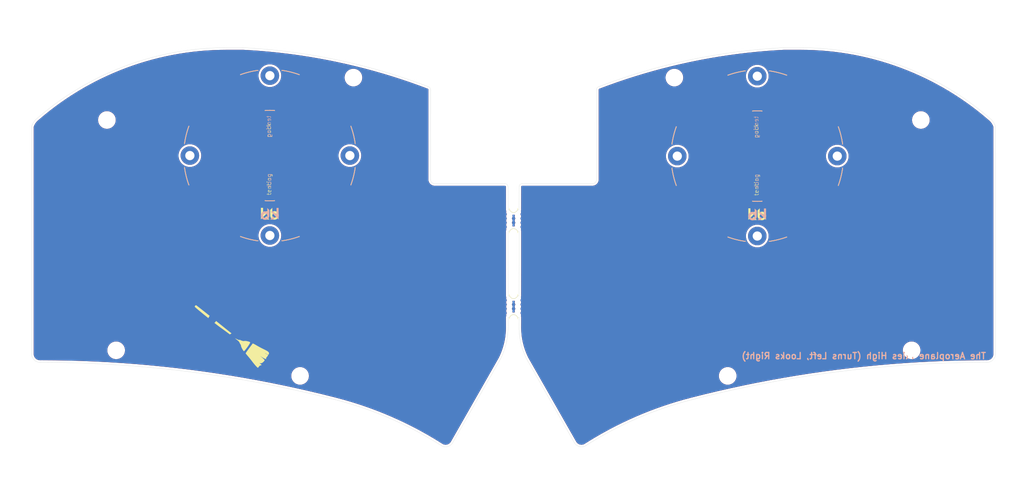
<source format=kicad_pcb>
(kicad_pcb (version 20211014) (generator pcbnew)
  (layers (0 "F.Cu" signal) (31 "B.Cu" signal) (34 "B.Paste" user) (35 "F.Paste" user) (36 "B.SilkS" user "B.Silkscreen") (37 "F.SilkS" user "F.Silkscreen") (38 "B.Mask" user) (39 "F.Mask" user) (44 "Edge.Cuts" user))
  (net 0 "")
  (footprint "kbd:Tenting_Puck2" (layer "F.Cu") (at 92.202 75.184)
    (fp_text reference "REF**")
    (fp_text value "Tenting Puck")
    (fp_text user "tenting" (at -0.254 -6.9215 90) (layer "B.SilkS") (effects (font (thickness 0.1)) (justify mirror)))
    (fp_text user "puck" (at -0.1905 6.0325 90 unlocked) (layer "B.SilkS") (effects (font (thickness 0.1)) (justify mirror)))
    (fp_text user "tenting" (at -0.1905 6.858 90) (layer "F.SilkS") (effects (font (thickness 0.1))))
    (fp_text user "puck" (at -0.254 -6.0325 90) (layer "F.SilkS") (effects (font (thickness 0.1))))
    (pad "1" thru_hole circle locked (at 0 19.05) (size 4.4 4.4) (drill 2.2) (layers *.Cu *.Mask))
    (pad "1" thru_hole circle locked (at 0 -19.05) (size 4.4 4.4) (drill 2.2) (layers *.Cu *.Mask))
    (pad "1" thru_hole circle locked (at 19.05 0) (size 4.4 4.4) (drill 2.2) (layers *.Cu *.Mask))
    (pad "1" thru_hole circle locked (at -19.05 0) (size 4.4 4.4) (drill 2.2) (layers *.Cu *.Mask))
  )
  (footprint "kbd:Tenting_Puck2" (layer "F.Cu") (at 208.26984 75.311)
    (fp_text reference "REF**")
    (fp_text value "Tenting Puck")
    (fp_text user "tenting" (at -0.254 -6.9215 90) (layer "B.SilkS") (effects (font (thickness 0.1)) (justify mirror)))
    (fp_text user "puck" (at -0.1905 6.0325 90 unlocked) (layer "B.SilkS") (effects (font (thickness 0.1)) (justify mirror)))
    (fp_text user "tenting" (at -0.1905 6.858 90) (layer "F.SilkS") (effects (font (thickness 0.1))))
    (fp_text user "puck" (at -0.254 -6.0325 90) (layer "F.SilkS") (effects (font (thickness 0.1))))
    (pad "1" thru_hole circle locked (at 0 -19.05) (size 4.4 4.4) (drill 2.2) (layers *.Cu *.Mask))
    (pad "1" thru_hole circle locked (at -19.05 0) (size 4.4 4.4) (drill 2.2) (layers *.Cu *.Mask))
    (pad "1" thru_hole circle locked (at 0 19.05) (size 4.4 4.4) (drill 2.2) (layers *.Cu *.Mask))
    (pad "1" thru_hole circle locked (at 19.05 0) (size 4.4 4.4) (drill 2.2) (layers *.Cu *.Mask))
  )
  (footprint "Duckyb-Parts:mouse-bite-5mm-slot-with-space-for-track" (layer "F.Cu") (at 150.241 90.678)
    (fp_text reference "mouse-bite-5mm-slot" hide)
    (fp_text value "VAL**" hide)
    (pad "" np_thru_hole circle locked (at 1.016 2.032) (size 0.5 0.5) (drill 0.5) (layers *.Cu *.Mask))
    (pad "" np_thru_hole circle locked (at -1.016 -2.032) (size 0.5 0.5) (drill 0.5) (layers *.Cu *.Mask))
    (pad "" np_thru_hole circle locked (at -1.016 1.016) (size 0.5 0.5) (drill 0.5) (layers *.Cu *.Mask))
    (pad "" np_thru_hole circle locked (at -1.016 0) (size 0.5 0.5) (drill 0.5) (layers *.Cu *.Mask))
    (pad "" np_thru_hole circle locked (at 1.016 1.016) (size 0.5 0.5) (drill 0.5) (layers *.Cu *.Mask))
    (pad "" np_thru_hole circle locked (at 1.016 0) (size 0.5 0.5) (drill 0.5) (layers *.Cu *.Mask))
    (pad "" np_thru_hole circle locked (at 1.016 -1.016) (size 0.5 0.5) (drill 0.5) (layers *.Cu *.Mask))
    (pad "" np_thru_hole circle locked (at -1.016 2.032) (size 0.5 0.5) (drill 0.5) (layers *.Cu *.Mask))
    (pad "" np_thru_hole circle locked (at 1.016 -2.032) (size 0.5 0.5) (drill 0.5) (layers *.Cu *.Mask))
    (pad "" np_thru_hole circle locked (at -1.016 -1.016) (size 0.5 0.5) (drill 0.5) (layers *.Cu *.Mask))
  )
  (footprint "Duckyb-Parts:mouse-bite-5mm-slot-with-space-for-track" (layer "F.Cu") (at 150.241 111.1885)
    (fp_text reference "mouse-bite-5mm-slot" hide)
    (fp_text value "VAL**" hide)
    (pad "" np_thru_hole circle locked (at -1.016 -2.032) (size 0.5 0.5) (drill 0.5) (layers *.Cu *.Mask))
    (pad "" np_thru_hole circle locked (at 1.016 1.016) (size 0.5 0.5) (drill 0.5) (layers *.Cu *.Mask))
    (pad "" np_thru_hole circle locked (at 1.016 -1.016) (size 0.5 0.5) (drill 0.5) (layers *.Cu *.Mask))
    (pad "" np_thru_hole circle locked (at 1.016 -2.032) (size 0.5 0.5) (drill 0.5) (layers *.Cu *.Mask))
    (pad "" np_thru_hole circle locked (at -1.016 -1.016) (size 0.5 0.5) (drill 0.5) (layers *.Cu *.Mask))
    (pad "" np_thru_hole circle locked (at 1.016 0) (size 0.5 0.5) (drill 0.5) (layers *.Cu *.Mask))
    (pad "" np_thru_hole circle locked (at -1.016 2.032) (size 0.5 0.5) (drill 0.5) (layers *.Cu *.Mask))
    (pad "" np_thru_hole circle locked (at 1.016 2.032) (size 0.5 0.5) (drill 0.5) (layers *.Cu *.Mask))
    (pad "" np_thru_hole circle locked (at -1.016 0) (size 0.5 0.5) (drill 0.5) (layers *.Cu *.Mask))
    (pad "" np_thru_hole circle locked (at -1.016 1.016) (size 0.5 0.5) (drill 0.5) (layers *.Cu *.Mask))
  )
  (footprint "MountingHole:MountingHole_3.2mm_M3" (layer "F.Cu") (at 99.4 127.7)
    (fp_text reference "H4")
    (fp_text value "MountingHole")
    (pad "" np_thru_hole circle (at 0 0) (size 3.2 3.2) (drill 3.2) (layers F&B.Cu *.Mask))
  )
  (footprint "MountingHole:MountingHole_3.2mm_M3" (layer "F.Cu") (at 55.6 121.6)
    (fp_text reference "H1")
    (fp_text value "MountingHole")
    (pad "" np_thru_hole circle (at 0 0) (size 3.2 3.2) (drill 3.2) (layers F&B.Cu *.Mask))
  )
  (footprint "MountingHole:MountingHole_3.2mm_M3" (layer "F.Cu") (at 112.1 56.6)
    (fp_text reference "H2")
    (fp_text value "MountingHole")
    (pad "" np_thru_hole circle (at 0 0) (size 3.2 3.2) (drill 3.2) (layers F&B.Cu *.Mask))
  )
  (footprint "Kailh:ferris_broom" (layer "F.Cu") (at 82.042 118.11 7)
    (fp_text reference "G***" hide)
    (fp_text value "LOGO" hide)
    (fp_poly (pts (xy 0.876959 0.512614) (xy 0.879912 0.513257) (xy 0.909731 0.520829) (xy 0.950577 0.532551) (xy 0.999376 0.547409) (xy 1.053055 0.564389) (xy 1.108539 0.582475) (xy 1.162754 0.600654) (xy 1.212625 0.617911) (xy 1.25508 0.633232) (xy 1.287043 0.645603) (xy 1.303866 0.653146) (xy 1.327085 0.664074) (xy 1.359259 0.677603) (xy 1.392766 0.690556) (xy 1.41799 0.70002) (xy 1.442859 0.709847) (xy 1.469644 0.721054) (xy 1.500622 0.734654) (xy 1.538066 0.751664) (xy 1.584249 0.773098) (xy 1.641445 0.799972) (xy 1.701799 0.828502) (xy 1.790699 0.870597) (xy 1.990634 1.072415) (xy 2.069517 1.152176) (xy 2.137023 1.220741) (xy 2.193816 1.278817) (xy 2.240566 1.327109) (xy 2.277937 1.366325) (xy 2.306597 1.39717) (xy 2.327213 1.420351) (xy 2.340451 1.436574) (xy 2.346978 1.446545) (xy 2.347727 1.450669) (xy 2.337133 1.458448) (xy 2.313359 1.470926) (xy 2.279096 1.486898) (xy 2.237036 1.50516) (xy 2.189869 1.524506) (xy 2.140286 1.543732) (xy 2.137833 1.544653) (xy 2.097444 1.559856) (xy 2.058067 1.574784) (xy 2.025451 1.587254) (xy 2.01182 1.592529) (xy 1.986019 1.601772) (xy 1.965641 1.607611) (xy 1.958789 1.608667) (xy 1.941554 1.61242) (xy 1.932401 1.616333) (xy 1.916696 1.622488) (xy 1.888261 1.631781) (xy 1.850774 1.643153) (xy 1.807909 1.655543) (xy 1.763342 1.667892) (xy 1.720749 1.679138) (xy 1.683806 1.688221) (xy 1.680633 1.688954) (xy 1.64504 1.697141) (xy 1.610788 1.705064) (xy 1.587499 1.710491) (xy 1.510641 1.726839) (xy 1.427179 1.741738) (xy 1.350433 1.752959) (xy 1.307609 1.758468) (xy 1.263139 1.764289) (xy 1.225385 1.769324) (xy 1.219199 1.770165) (xy 1.156081 1.776576) (xy 1.0818 1.780579) (xy 1.001959 1.782131) (xy 0.922164 1.781187) (xy 0.848018 1.777702) (xy 0.800099 1.773465) (xy 0.751827 1.767563) (xy 0.696348 1.759999) (xy 0.637115 1.751324) (xy 0.57758 1.742086) (xy 0.521197 1.732835) (xy 0.471419 1.724123) (xy 0.431698 1.716498) (xy 0.406399 1.710756) (xy 0.379671 1.703999) (xy 0.347122 1.696235) (xy 0.334433 1.69333) (xy 0.286755 1.6819) (xy 0.237291 1.668513) (xy 0.181713 1.65192) (xy 0.115695 1.630872) (xy 0.097366 1.624871) (xy 0.057153 1.612043) (xy 0.021585 1.601424) (xy -0.005616 1.594076) (xy -0.02073 1.59106) (xy -0.021167 1.59104) (xy -0.020533 1.588533) (xy -0.006195 1.582029) (xy 0.01937 1.572526) (xy 0.052427 1.561425) (xy 0.090109 1.548565) (xy 0.12247 1.536207) (xy 0.145654 1.525903) (xy 0.155135 1.520055) (xy 0.166798 1.512017) (xy 0.171701 1.512258) (xy 0.180836 1.510909) (xy 0.200781 1.50325) (xy 0.227383 1.490895) (xy 0.229859 1.489659) (xy 0.348134 1.421013) (xy 0.455886 1.339375) (xy 0.55229 1.245632) (xy 0.636521 1.140672) (xy 0.707755 1.025383) (xy 0.75626 0.922867) (xy 0.771785 0.882802) (xy 0.78707 0.838997) (xy 0.80115 0.794778) (xy 0.813059 0.753473) (xy 0.821834 0.718408) (xy 0.826508 0.692911) (xy 0.826433 0.680945) (xy 0.826989 0.669474) (xy 0.829813 0.667297) (xy 0.834165 0.658281) (xy 0.839539 0.636304) (xy 0.845077 0.605234) (xy 0.847767 0.586531) (xy 0.852768 0.550086) (xy 0.85688 0.527452) (xy 0.861412 0.515648) (xy 0.867669 0.511696) (xy 0.876959 0.512614)) (layer "F.Cu") (width 0.01) (fill solid))
    (fp_poly (pts (xy -0.761144 -1.032642) (xy -0.688709 -1.008644) (xy -0.619188 -0.970622) (xy -0.554768 -0.920001) (xy -0.497637 -0.858202) (xy -0.453968 -0.7937) (xy -0.437483 -0.766692) (xy -0.423416 -0.746579) (xy -0.414329 -0.736954) (xy -0.413252 -0.7366) (xy -0.408833 -0.731565) (xy -0.409736 -0.729585) (xy -0.40904 -0.718656) (xy -0.402935 -0.697092) (xy -0.39386 -0.672435) (xy -0.369521 -0.596952) (xy -0.351987 -0.510702) (xy -0.341678 -0.418605) (xy -0.339017 -0.32558) (xy -0.344425 -0.236545) (xy -0.352075 -0.18519) (xy -0.377889 -0.081805) (xy -0.41398 0.0129) (xy -0.459406 0.097763) (xy -0.513225 0.171624) (xy -0.574496 0.233322) (xy -0.642278 0.281697) (xy -0.715627 0.315587) (xy -0.770126 0.330135) (xy -0.812297 0.336403) (xy -0.84915 0.337012) (xy -0.888665 0.331696) (xy -0.918634 0.325158) (xy -0.947744 0.318386) (xy -0.971301 0.313186) (xy -0.982134 0.311051) (xy -0.996128 0.306431) (xy -0.999067 0.304242) (xy -1.00783 0.297463) (xy -1.026684 0.284345) (xy -1.050959 0.268116) (xy -1.110231 0.221059) (xy -1.166285 0.161274) (xy -1.215754 0.092966) (xy -1.255272 0.02034) (xy -1.262352 0.004066) (xy -1.273749 -0.020663) (xy -1.283702 -0.037495) (xy -1.288991 -0.042333) (xy -1.29308 -0.047331) (xy -1.292297 -0.048972) (xy -1.29238 -0.059871) (xy -1.296468 -0.082275) (xy -1.303688 -0.111476) (xy -1.304231 -0.113444) (xy -1.327325 -0.227527) (xy -1.335016 -0.34511) (xy -1.327592 -0.463403) (xy -1.305338 -0.579617) (xy -1.268541 -0.690962) (xy -1.238078 -0.757245) (xy -1.212207 -0.803246) (xy -1.184334 -0.842806) (xy -1.149579 -0.88249) (xy -1.130553 -0.901979) (xy -1.06388 -0.960545) (xy -0.99682 -1.002787) (xy -0.928123 -1.029293) (xy -0.856537 -1.040651) (xy -0.834305 -1.041193) (xy -0.761144 -1.032642)) (layer "F.Cu") (width 0.01) (fill solid))
    (fp_poly (pts (xy 2.497362 1.60812) (xy 2.516201 1.630541) (xy 2.539606 1.66204) (xy 2.565698 1.699782) (xy 2.5926 1.740931) (xy 2.618435 1.782653) (xy 2.641323 1.822112) (xy 2.659388 1.856474) (xy 2.666144 1.871134) (xy 2.675174 1.8922) (xy 2.682735 1.910202) (xy 2.689668 1.927504) (xy 2.696814 1.946474) (xy 2.705016 1.969476) (xy 2.715116 1.998877) (xy 2.727955 2.037044) (xy 2.744376 2.086341) (xy 2.76522 2.149136) (xy 2.767277 2.155335) (xy 2.79547 2.239012) (xy 2.819709 2.307903) (xy 2.840648 2.363518) (xy 2.858937 2.407367) (xy 2.875227 2.440961) (xy 2.89017 2.465808) (xy 2.904417 2.483419) (xy 2.911698 2.490161) (xy 2.924037 2.502392) (xy 2.934069 2.517875) (xy 2.942227 2.538695) (xy 2.948946 2.566937) (xy 2.95466 2.604686) (xy 2.959803 2.654024) (xy 2.96481 2.717037) (xy 2.967712 2.759011) (xy 2.971473 2.813088) (xy 2.975206 2.862625) (xy 2.978665 2.904682) (xy 2.981607 2.936322) (xy 2.983786 2.954605) (xy 2.984118 2.956442) (xy 2.985216 2.974616) (xy 2.981467 2.983758) (xy 2.97033 2.98773) (xy 2.946718 2.994554) (xy 2.91464 3.003205) (xy 2.878104 3.012654) (xy 2.841119 3.021876) (xy 2.807693 3.029842) (xy 2.781834 3.035526) (xy 2.772833 3.037218) (xy 2.740017 3.043049) (xy 2.723886 3.046878) (xy 2.722033 3.048) (xy 2.719498 3.049406) (xy 2.709937 3.051762) (xy 2.690419 3.055686) (xy 2.658012 3.061798) (xy 2.645833 3.064058) (xy 2.614701 3.069857) (xy 2.587473 3.074983) (xy 2.574205 3.077523) (xy 2.535792 3.084308) (xy 2.495217 3.090398) (xy 2.461515 3.094444) (xy 2.459566 3.094623) (xy 2.441732 3.096694) (xy 2.434168 3.098528) (xy 2.434166 3.098549) (xy 2.428371 3.100759) (xy 2.410016 3.103448) (xy 2.377646 3.106789) (xy 2.330536 3.110895) (xy 2.295418 3.114121) (xy 2.26487 3.117492) (xy 2.244401 3.120386) (xy 2.241636 3.120933) (xy 2.228674 3.122143) (xy 2.20227 3.123376) (xy 2.165199 3.124589) (xy 2.120237 3.125741) (xy 2.070161 3.126787) (xy 2.017746 3.127685) (xy 1.965769 3.128391) (xy 1.917005 3.128864) (xy 1.874231 3.129059) (xy 1.840222 3.128935) (xy 1.817755 3.128447) (xy 1.80964 3.127619) (xy 1.80059 3.125979) (xy 1.778374 3.123731) (xy 1.746735 3.12122) (xy 1.722759 3.119603) (xy 1.686698 3.117077) (xy 1.657337 3.114552) (xy 1.638536 3.112386) (xy 1.633822 3.111349) (xy 1.623392 3.108867) (xy 1.601612 3.105606) (xy 1.582881 3.103358) (xy 1.546821 3.098908) (xy 1.506196 3.093174) (xy 1.485899 3.090012) (xy 1.46071 3.085747) (xy 1.438737 3.081498) (xy 1.415266 3.076189) (xy 1.385583 3.068743) (xy 1.344976 3.058082) (xy 1.337733 3.056161) (xy 1.310785 3.049549) (xy 1.288338 3.04495) (xy 1.282699 3.044111) (xy 1.268811 3.040638) (xy 1.242749 3.032461) (xy 1.207278 3.020578) (xy 1.165163 3.00599) (xy 1.119166 2.989694) (xy 1.072051 2.972691) (xy 1.026583 2.95598) (xy 0.985526 2.940559) (xy 0.951642 2.927428) (xy 0.927696 2.917587) (xy 0.916451 2.912034) (xy 0.915969 2.911525) (xy 0.906915 2.904901) (xy 0.887855 2.896703) (xy 0.882536 2.894864) (xy 0.856579 2.884295) (xy 0.826 2.869128) (xy 0.812405 2.861501) (xy 0.786428 2.847093) (xy 0.763679 2.835999) (xy 0.754822 2.832509) (xy 0.740471 2.824911) (xy 0.736599 2.81883) (xy 0.729994 2.811342) (xy 0.726931 2.810934) (xy 0.715304 2.806599) (xy 0.694376 2.795414) (xy 0.668528 2.780109) (xy 0.642141 2.763411) (xy 0.619594 2.748049) (xy 0.605269 2.736753) (xy 0.602544 2.733446) (xy 0.592812 2.726882) (xy 0.587727 2.726267) (xy 0.576921 2.721463) (xy 0.575733 2.7178) (xy 0.568927 2.710172) (xy 0.563738 2.709334) (xy 0.551083 2.705332) (xy 0.548922 2.702629) (xy 0.541052 2.694877) (xy 0.522821 2.680502) (xy 0.497894 2.662369) (xy 0.493183 2.659069) (xy 0.4679 2.640575) (xy 0.449192 2.625202) (xy 0.440501 2.61582) (xy 0.440266 2.614973) (xy 0.433535 2.608275) (xy 0.429435 2.607734) (xy 0.41654 2.601481) (xy 0.406399 2.5908) (xy 0.394653 2.5778) (xy 0.38761 2.573867) (xy 0.37716 2.567735) (xy 0.35603 2.549803) (xy 0.324968 2.520768) (xy 0.284721 2.481324) (xy 0.243269 2.439543) (xy 0.200625 2.396038) (xy 0.168553 2.3631) (xy 0.145693 2.339286) (xy 0.130682 2.323149) (xy 0.122159 2.313245) (xy 0.118763 2.308128) (xy 0.118533 2.307167) (xy 0.113341 2.298552) (xy 0.103716 2.287517) (xy 0.068061 2.246664) (xy 0.027102 2.193418) (xy -0.01726 2.130707) (xy -0.063123 2.061461) (xy -0.108585 1.98861) (xy -0.151744 1.915084) (xy -0.190698 1.843812) (xy -0.213309 1.799167) (xy -0.227323 1.770672) (xy -0.239308 1.746713) (xy -0.246044 1.733665) (xy -0.254676 1.710404) (xy -0.250171 1.697466) (xy -0.232965 1.695051) (xy -0.203494 1.703358) (xy -0.191057 1.708529) (xy -0.16592 1.718676) (xy -0.130742 1.731634) (xy -0.089245 1.746166) (xy -0.045154 1.761038) (xy -0.002192 1.775015) (xy 0.035916 1.786862) (xy 0.065447 1.795346) (xy 0.082368 1.799191) (xy 0.105754 1.804583) (xy 0.133385 1.813948) (xy 0.138498 1.816027) (xy 0.159574 1.823658) (xy 0.173255 1.826288) (xy 0.175247 1.825708) (xy 0.185013 1.825688) (xy 0.204421 1.830614) (xy 0.211666 1.833034) (xy 0.232914 1.839241) (xy 0.246536 1.840829) (xy 0.248276 1.840169) (xy 0.258089 1.840286) (xy 0.269603 1.845022) (xy 0.289423 1.852355) (xy 0.315497 1.858293) (xy 0.319012 1.85884) (xy 0.345005 1.86279) (xy 0.366233 1.866313) (xy 0.368299 1.86669) (xy 0.387676 1.870099) (xy 0.41382 1.874466) (xy 0.419099 1.875324) (xy 0.4454 1.879667) (xy 0.466971 1.883378) (xy 0.469899 1.883907) (xy 0.578494 1.899685) (xy 0.592666 1.901216) (xy 0.624265 1.904568) (xy 0.653064 1.907712) (xy 0.664633 1.90902) (xy 0.738092 1.915835) (xy 0.821895 1.920746) (xy 0.912209 1.92375) (xy 1.005203 1.924846) (xy 1.097047 1.92403) (xy 1.183908 1.921302) (xy 1.261954 1.916658) (xy 1.327355 1.910096) (xy 1.332521 1.909407) (xy 1.363658 1.905282) (xy 1.404638 1.90003) (xy 1.448491 1.894538) (xy 1.473199 1.891507) (xy 1.51003 1.886694) (xy 1.547579 1.881227) (xy 1.581788 1.875764) (xy 1.6086 1.870962) (xy 1.623959 1.86748) (xy 1.625778 1.866761) (xy 1.636135 1.863985) (xy 1.657116 1.86013) (xy 1.667933 1.858434) (xy 1.691797 1.854382) (xy 1.707867 1.850745) (xy 1.7108 1.849637) (xy 1.721917 1.846141) (xy 1.74216 1.841855) (xy 1.744459 1.841443) (xy 1.767325 1.836627) (xy 1.801107 1.828566) (xy 1.841425 1.818409) (xy 1.883898 1.807306) (xy 1.924146 1.796408) (xy 1.957788 1.786865) (xy 1.980444 1.779825) (xy 1.983894 1.778585) (xy 2.000008 1.774158) (xy 2.006599 1.77567) (xy 2.01129 1.775791) (xy 2.016759 1.771227) (xy 2.033216 1.762793) (xy 2.044982 1.761067) (xy 2.062222 1.758569) (xy 2.068933 1.755177) (xy 2.081869 1.748744) (xy 2.088182 1.747327) (xy 2.103303 1.7433) (xy 2.127646 1.735091) (xy 2.145087 1.728621) (xy 2.171173 1.71865) (xy 2.207754 1.704745) (xy 2.249475 1.68894) (xy 2.281766 1.676741) (xy 2.32495 1.660031) (xy 2.368146 1.642607) (xy 2.405518 1.626857) (xy 2.425699 1.617821) (xy 2.452829 1.606183) (xy 2.47426 1.598931) (xy 2.484966 1.597611) (xy 2.497362 1.60812)) (layer "F.Cu") (width 0.01) (fill solid))
    (fp_poly (pts (xy -2.070755 -5.735079) (xy -2.013767 -5.733193) (xy -1.962647 -5.729706) (xy -1.947334 -5.728157) (xy -1.91579 -5.72403) (xy -1.878997 -5.7183) (xy -1.841135 -5.711737) (xy -1.806387 -5.705109) (xy -1.778935 -5.699187) (xy -1.762962 -5.694739) (xy -1.761197 -5.693913) (xy -1.749383 -5.689933) (xy -1.733913 -5.686542) (xy -1.69976 -5.678685) (xy -1.654944 -5.666018) (xy -1.604482 -5.650132) (xy -1.553391 -5.632615) (xy -1.506685 -5.615056) (xy -1.500717 -5.612659) (xy -1.452864 -5.593201) (xy -1.41605 -5.578176) (xy -1.397757 -5.569244) (xy -1.388734 -5.561978) (xy -1.388534 -5.561206) (xy -1.381213 -5.555741) (xy -1.363354 -5.550046) (xy -1.361017 -5.54952) (xy -1.334178 -5.540519) (xy -1.312334 -5.52897) (xy -1.296618 -5.519291) (xy -1.269751 -5.503909) (xy -1.235579 -5.484988) (xy -1.20015 -5.465865) (xy -1.165151 -5.446711) (xy -1.136388 -5.43002) (xy -1.116756 -5.41754) (xy -1.109147 -5.411019) (xy -1.109134 -5.410901) (xy -1.10226 -5.403266) (xy -1.08585 -5.394053) (xy -1.067279 -5.384314) (xy -1.042639 -5.369673) (xy -1.017625 -5.353721) (xy -0.997933 -5.340048) (xy -0.9906 -5.334) (xy -0.981678 -5.327142) (xy -0.963529 -5.314319) (xy -0.950384 -5.305308) (xy -0.929902 -5.290103) (xy -0.916869 -5.277912) (xy -0.9144 -5.273582) (xy -0.907692 -5.266773) (xy -0.903817 -5.26626) (xy -0.891672 -5.261021) (xy -0.87273 -5.247713) (xy -0.861947 -5.238743) (xy -0.83469 -5.215391) (xy -0.805662 -5.191395) (xy -0.798736 -5.185833) (xy -0.783298 -5.173272) (xy -0.766052 -5.158572) (xy -0.744798 -5.139762) (xy -0.717335 -5.114874) (xy -0.681463 -5.08194) (xy -0.645536 -5.048757) (xy -0.620612 -5.023913) (xy -0.5975 -4.997804) (xy -0.57919 -4.974145) (xy -0.568671 -4.956653) (xy -0.567267 -4.951469) (xy -0.574481 -4.944193) (xy -0.592494 -4.934555) (xy -0.615857 -4.924975) (xy -0.639126 -4.917873) (xy -0.646085 -4.916446) (xy -0.66792 -4.910824) (xy -0.688468 -4.903524) (xy -0.709079 -4.896441) (xy -0.723126 -4.893733) (xy -0.736557 -4.891119) (xy -0.760155 -4.884352) (xy -0.781842 -4.877256) (xy -0.807062 -4.869305) (xy -0.824412 -4.865225) (xy -0.829734 -4.865593) (xy -0.834929 -4.865546) (xy -0.840317 -4.861881) (xy -0.855473 -4.854392) (xy -0.878215 -4.847573) (xy -0.880534 -4.847062) (xy -0.905832 -4.839411) (xy -0.926267 -4.82956) (xy -0.926868 -4.829151) (xy -0.94749 -4.819766) (xy -0.96086 -4.817533) (xy -0.979529 -4.813619) (xy -1.003289 -4.803975) (xy -1.007659 -4.801729) (xy -1.035188 -4.789332) (xy -1.062581 -4.780376) (xy -1.064684 -4.779889) (xy -1.083341 -4.77372) (xy -1.092105 -4.76673) (xy -1.0922 -4.76606) (xy -1.099409 -4.760066) (xy -1.112072 -4.758267) (xy -1.132942 -4.75281) (xy -1.151467 -4.741333) (xy -1.169281 -4.729143) (xy -1.183206 -4.7244) (xy -1.199285 -4.720663) (xy -1.217894 -4.712669) (xy -1.23352 -4.704764) (xy -1.26091 -4.691156) (xy -1.296604 -4.673555) (xy -1.337143 -4.653672) (xy -1.350434 -4.647174) (xy -1.389858 -4.627766) (xy -1.423633 -4.610852) (xy -1.448933 -4.59787) (xy -1.462935 -4.590257) (xy -1.464734 -4.589042) (xy -1.474577 -4.582584) (xy -1.492773 -4.5728) (xy -1.494367 -4.572) (xy -1.512926 -4.562153) (xy -1.523685 -4.555359) (xy -1.524 -4.555067) (xy -1.533841 -4.548685) (xy -1.552032 -4.538937) (xy -1.553634 -4.538133) (xy -1.572192 -4.528291) (xy -1.582951 -4.521505) (xy -1.583267 -4.521213) (xy -1.593061 -4.514343) (xy -1.615209 -4.501387) (xy -1.646767 -4.483895) (xy -1.66297 -4.472895) (xy -1.669742 -4.466167) (xy -1.681018 -4.458082) (xy -1.68361 -4.4577) (xy -1.694208 -4.453086) (xy -1.71368 -4.441126) (xy -1.732602 -4.428096) (xy -1.755478 -4.412672) (xy -1.77295 -4.40277) (xy -1.780117 -4.40058) (xy -1.786238 -4.396375) (xy -1.786467 -4.3942) (xy -1.79291 -4.385979) (xy -1.794934 -4.385733) (xy -1.807142 -4.380633) (xy -1.820334 -4.370917) (xy -1.840889 -4.352931) (xy -1.8542 -4.341283) (xy -1.869873 -4.33012) (xy -1.8796 -4.326467) (xy -1.887821 -4.320024) (xy -1.888067 -4.318) (xy -1.894943 -4.310532) (xy -1.901033 -4.309533) (xy -1.91516 -4.302683) (xy -1.918872 -4.296833) (xy -1.929139 -4.285588) (xy -1.934834 -4.284133) (xy -1.946994 -4.280058) (xy -1.948745 -4.277783) (xy -1.956307 -4.269799) (xy -1.973742 -4.254458) (xy -1.997562 -4.234807) (xy -2.002367 -4.23096) (xy -2.05897 -4.185366) (xy -2.107345 -4.145084) (xy -2.152571 -4.105695) (xy -2.199724 -4.062784) (xy -2.25082 -4.014837) (xy -2.282144 -3.986602) (xy -2.31506 -3.959258) (xy -2.343577 -3.937729) (xy -2.3495 -3.933712) (xy -2.382716 -3.908023) (xy -2.422294 -3.871176) (xy -2.465482 -3.826283) (xy -2.509527 -3.776456) (xy -2.551678 -3.724809) (xy -2.589183 -3.674454) (xy -2.619144 -3.628746) (xy -2.632928 -3.60764) (xy -2.652372 -3.580174) (xy -2.668043 -3.559171) (xy -2.690166 -3.527118) (xy -2.712998 -3.489087) (xy -2.727361 -3.461805) (xy -2.741979 -3.433921) (xy -2.755504 -3.412175) (xy -2.765069 -3.401168) (xy -2.765246 -3.401062) (xy -2.776185 -3.389869) (xy -2.772838 -3.38069) (xy -2.761979 -3.3782) (xy -2.745394 -3.38026) (xy -2.719645 -3.385523) (xy -2.703126 -3.389552) (xy -2.659361 -3.400905) (xy -2.296252 -3.040302) (xy -2.179516 -2.924591) (xy -2.064878 -2.811389) (xy -1.953713 -2.702039) (xy -1.847395 -2.597883) (xy -1.747298 -2.500265) (xy -1.654795 -2.410526) (xy -1.57126 -2.33001) (xy -1.498069 -2.260059) (xy -1.490134 -2.252522) (xy -1.435936 -2.201049) (xy -1.392906 -2.159989) (xy -1.359926 -2.1281) (xy -1.335881 -2.104141) (xy -1.319654 -2.086869) (xy -1.310128 -2.075042) (xy -1.306187 -2.067418) (xy -1.306715 -2.062755) (xy -1.310595 -2.05981) (xy -1.31522 -2.057912) (xy -1.335836 -2.04737) (xy -1.347003 -2.039052) (xy -1.360058 -2.029955) (xy -1.383666 -2.016257) (xy -1.413109 -2.000674) (xy -1.418167 -1.998126) (xy -1.449636 -1.981792) (xy -1.47753 -1.966258) (xy -1.496319 -1.954618) (xy -1.497626 -1.953683) (xy -1.517702 -1.942744) (xy -1.533609 -1.938867) (xy -1.546724 -1.934474) (xy -1.5494 -1.928989) (xy -1.552509 -1.92298) (xy -1.554445 -1.924155) (xy -1.564266 -1.92363) (xy -1.582504 -1.916106) (xy -1.588569 -1.912866) (xy -1.609834 -1.902294) (xy -1.625786 -1.896729) (xy -1.627975 -1.896481) (xy -1.642532 -1.89276) (xy -1.660765 -1.884708) (xy -1.69831 -1.868494) (xy -1.74143 -1.854734) (xy -1.766179 -1.849081) (xy -1.786701 -1.844) (xy -1.798574 -1.839186) (xy -1.814186 -1.832973) (xy -1.824567 -1.830496) (xy -1.846536 -1.826373) (xy -1.858182 -1.823299) (xy -1.865883 -1.819529) (xy -1.8669 -1.818913) (xy -1.880912 -1.813315) (xy -1.90606 -1.80559) (xy -1.936925 -1.797166) (xy -1.96809 -1.789471) (xy -1.994134 -1.783934) (xy -2.0066 -1.782091) (xy -2.028804 -1.778781) (xy -2.056421 -1.772863) (xy -2.061634 -1.771551) (xy -2.086245 -1.765782) (xy -2.10518 -1.762402) (xy -2.1082 -1.762121) (xy -2.124082 -1.760743) (xy -2.148861 -1.758045) (xy -2.159 -1.756841) (xy -2.305927 -1.744119) (xy -2.460366 -1.740238) (xy -2.616413 -1.745054) (xy -2.768162 -1.758421) (xy -2.878667 -1.774503) (xy -2.906407 -1.779029) (xy -2.931223 -1.782618) (xy -2.955197 -1.786837) (xy -2.983266 -1.793214) (xy -2.986257 -1.793986) (xy -3.042283 -1.808501) (xy -3.082076 -1.818429) (xy -3.105611 -1.823765) (xy -3.1115 -1.82473) (xy -3.127667 -1.82777) (xy -3.151485 -1.833749) (xy -3.174475 -1.840449) (xy -3.183467 -1.843551) (xy -3.198545 -1.847117) (xy -3.202785 -1.846988) (xy -3.21378 -1.849392) (xy -3.234258 -1.85712) (xy -3.246771 -1.862577) (xy -3.270943 -1.872644) (xy -3.289611 -1.878752) (xy -3.294782 -1.8796) (xy -3.308606 -1.882445) (xy -3.333658 -1.889919) (xy -3.365418 -1.900426) (xy -3.399364 -1.912375) (xy -3.430976 -1.924171) (xy -3.455733 -1.934221) (xy -3.469115 -1.94093) (xy -3.469422 -1.941163) (xy -3.481387 -1.946064) (xy -3.485257 -1.944699) (xy -3.494781 -1.945644) (xy -3.514807 -1.953018) (xy -3.540037 -1.964756) (xy -3.566417 -1.977743) (xy -3.586726 -1.987136) (xy -3.596168 -1.990774) (xy -3.608624 -1.995179) (xy -3.633452 -2.005979) (xy -3.667953 -2.021854) (xy -3.709424 -2.041482) (xy -3.755166 -2.063543) (xy -3.802478 -2.086715) (xy -3.848659 -2.109679) (xy -3.891009 -2.131112) (xy -3.926827 -2.149694) (xy -3.953413 -2.164103) (xy -3.966429 -2.171879) (xy -3.98478 -2.183619) (xy -4.013092 -2.201131) (xy -4.046745 -2.221575) (xy -4.066578 -2.233469) (xy -4.141123 -2.277946) (xy -4.166062 -2.263214) (xy -4.182833 -2.25204) (xy -4.190878 -2.244189) (xy -4.191 -2.243637) (xy -4.196453 -2.235762) (xy -4.211055 -2.218735) (xy -4.232176 -2.195567) (xy -4.243917 -2.183086) (xy -4.282792 -2.141536) (xy -4.311807 -2.108922) (xy -4.333329 -2.08247) (xy -4.349727 -2.059403) (xy -4.350795 -2.057765) (xy -4.365502 -2.03706) (xy -4.377267 -2.022726) (xy -4.388135 -2.008492) (xy -4.403941 -1.984977) (xy -4.419601 -1.959976) (xy -4.436055 -1.933584) (xy -4.450101 -1.912459) (xy -4.458294 -1.901656) (xy -4.465894 -1.890317) (xy -4.478754 -1.867674) (xy -4.494699 -1.837636) (xy -4.503518 -1.820333) (xy -4.521058 -1.785565) (xy -4.537267 -1.753678) (xy -4.549583 -1.7297) (xy -4.553101 -1.722967) (xy -4.56451 -1.701134) (xy -4.573819 -1.682438) (xy -4.583879 -1.660939) (xy -4.59754 -1.630694) (xy -4.599823 -1.6256) (xy -4.615489 -1.590924) (xy -4.633411 -1.55167) (xy -4.644207 -1.528233) (xy -4.655959 -1.502202) (xy -4.663982 -1.48317) (xy -4.666521 -1.475356) (xy -4.669029 -1.467185) (xy -4.676768 -1.447947) (xy -4.686716 -1.424881) (xy -4.698389 -1.397194) (xy -4.706961 -1.374454) (xy -4.710155 -1.363458) (xy -4.716227 -1.344645) (xy -4.718775 -1.339882) (xy -4.726507 -1.322361) (xy -4.728771 -1.314482) (xy -4.733021 -1.299758) (xy -4.741585 -1.272692) (xy -4.753239 -1.236938) (xy -4.766757 -1.196147) (xy -4.780914 -1.153976) (xy -4.794486 -1.114076) (xy -4.806248 -1.080102) (xy -4.814974 -1.055707) (xy -4.818906 -1.045633) (xy -4.825384 -1.028109) (xy -4.833854 -1.00132) (xy -4.83939 -0.982133) (xy -4.848012 -0.951076) (xy -4.853486 -0.931763) (xy -4.857161 -0.919616) (xy -4.860389 -0.910054) (xy -4.861855 -0.905933) (xy -4.868436 -0.885379) (xy -4.876284 -0.858025) (xy -4.883583 -0.830562) (xy -4.888513 -0.809679) (xy -4.88946 -0.804333) (xy -4.892803 -0.788878) (xy -4.899338 -0.764723) (xy -4.902643 -0.753533) (xy -4.909664 -0.729081) (xy -4.914085 -0.711191) (xy -4.914775 -0.706967) (xy -4.91934 -0.691914) (xy -4.920362 -0.690033) (xy -4.92499 -0.67698) (xy -4.930473 -0.655055) (xy -4.935276 -0.631437) (xy -4.937859 -0.613305) (xy -4.937828 -0.608491) (xy -4.942569 -0.599489) (xy -4.953337 -0.588129) (xy -4.966151 -0.569374) (xy -4.969934 -0.553568) (xy -4.972994 -0.534634) (xy -4.980814 -0.507721) (xy -4.986867 -0.491066) (xy -4.996249 -0.466605) (xy -5.002398 -0.449303) (xy -5.003801 -0.444186) (xy -4.995894 -0.442635) (xy -4.974416 -0.441374) (xy -4.942725 -0.44054) (xy -4.907471 -0.440267) (xy -4.858575 -0.441078) (xy -4.825375 -0.443592) (xy -4.806709 -0.447925) (xy -4.80243 -0.45085) (xy -4.796046 -0.465159) (xy -4.789915 -0.489191) (xy -4.787716 -0.501754) (xy -4.782751 -0.526331) (xy -4.776939 -0.543089) (xy -4.774224 -0.546704) (xy -4.767907 -0.558099) (xy -4.766734 -0.56747) (xy -4.764223 -0.585366) (xy -4.757934 -0.610759) (xy -4.755175 -0.619887) (xy -4.746726 -0.64924) (xy -4.73758 -0.685216) (xy -4.732587 -0.706967) (xy -4.725807 -0.735286) (xy -4.719432 -0.757098) (xy -4.715622 -0.766233) (xy -4.710566 -0.778721) (xy -4.703841 -0.801902) (xy -4.699102 -0.821267) (xy -4.691063 -0.852638) (xy -4.682224 -0.881313) (xy -4.677762 -0.893233) (xy -4.670016 -0.913835) (xy -4.65964 -0.944425) (xy -4.648752 -0.978736) (xy -4.647716 -0.982133) (xy -4.635131 -1.02196) (xy -4.620636 -1.065324) (xy -4.60563 -1.108299) (xy -4.591515 -1.146961) (xy -4.57969 -1.177386) (xy -4.571557 -1.195648) (xy -4.571474 -1.195802) (xy -4.564695 -1.213623) (xy -4.563534 -1.221459) (xy -4.560378 -1.233487) (xy -4.551874 -1.257388) (xy -4.539464 -1.289521) (xy -4.524594 -1.326249) (xy -4.508708 -1.363931) (xy -4.493249 -1.398928) (xy -4.492197 -1.401233) (xy -4.482454 -1.422676) (xy -4.469047 -1.45235) (xy -4.457757 -1.477433) (xy -4.443475 -1.508535) (xy -4.429785 -1.537226) (xy -4.421541 -1.553633) (xy -4.410349 -1.575105) (xy -4.402 -1.591531) (xy -4.401901 -1.591733) (xy -4.374228 -1.647385) (xy -4.350719 -1.693428) (xy -4.332188 -1.728318) (xy -4.319447 -1.750514) (xy -4.314361 -1.757723) (xy -4.305518 -1.76946) (xy -4.29126 -1.790995) (xy -4.275667 -1.816043) (xy -4.258319 -1.843548) (xy -4.242421 -1.866792) (xy -4.232387 -1.8796) (xy -4.218581 -1.897092) (xy -4.203775 -1.919536) (xy -4.203045 -1.920764) (xy -4.191271 -1.938205) (xy -4.182417 -1.947057) (xy -4.181399 -1.947333) (xy -4.173653 -1.953863) (xy -4.16148 -1.970196) (xy -4.157068 -1.977074) (xy -4.144845 -1.995788) (xy -4.133378 -2.008295) (xy -4.120158 -2.014366) (xy -4.102676 -2.013769) (xy -4.078424 -2.006275) (xy -4.044891 -1.991654) (xy -3.999569 -1.969676) (xy -3.98215 -1.961044) (xy -3.920601 -1.930654) (xy -3.866749 -1.904492) (xy -3.814863 -1.879834) (xy -3.759208 -1.853957) (xy -3.69405 -1.824138) (xy -3.690595 -1.822566) (xy -3.667203 -1.812833) (xy -3.634343 -1.800351) (xy -3.595568 -1.786334) (xy -3.554424 -1.771994) (xy -3.514464 -1.758544) (xy -3.479234 -1.747199) (xy -3.452286 -1.739171) (xy -3.437169 -1.735673) (xy -3.436214 -1.735614) (xy -3.421173 -1.731869) (xy -3.400437 -1.722871) (xy -3.399381 -1.722326) (xy -3.372649 -1.711464) (xy -3.331096 -1.698701) (xy -3.276661 -1.684554) (xy -3.211282 -1.669542) (xy -3.167996 -1.660415) (xy -3.141615 -1.654541) (xy -3.122273 -1.649356) (xy -3.116167 -1.647034) (xy -3.103222 -1.643128) (xy -3.076296 -1.637864) (xy -3.038248 -1.631654) (xy -2.991935 -1.624909) (xy -2.940217 -1.618041) (xy -2.885953 -1.611462) (xy -2.832001 -1.605582) (xy -2.8194 -1.604319) (xy -2.761684 -1.599843) (xy -2.691766 -1.596355) (xy -2.612836 -1.593855) (xy -2.528081 -1.592342) (xy -2.440689 -1.591815) (xy -2.353849 -1.592273) (xy -2.270747 -1.593714) (xy -2.194573 -1.596138) (xy -2.128513 -1.599544) (xy -2.075757 -1.603929) (xy -2.070049 -1.604571) (xy -1.991895 -1.614353) (xy -1.92762 -1.623948) (xy -1.874184 -1.633871) (xy -1.828547 -1.644635) (xy -1.820334 -1.646866) (xy -1.790994 -1.654912) (xy -1.754472 -1.664791) (xy -1.7272 -1.672091) (xy -1.69622 -1.680641) (xy -1.669898 -1.68844) (xy -1.655234 -1.693336) (xy -1.636713 -1.699579) (xy -1.610391 -1.707391) (xy -1.6002 -1.710203) (xy -1.566846 -1.720761) (xy -1.532795 -1.733816) (xy -1.526582 -1.736536) (xy -1.502363 -1.746301) (xy -1.483152 -1.751999) (xy -1.478398 -1.7526) (xy -1.464053 -1.757175) (xy -1.460903 -1.760415) (xy -1.449873 -1.767649) (xy -1.43077 -1.773788) (xy -1.413037 -1.77993) (xy -1.405471 -1.787011) (xy -1.405467 -1.787139) (xy -1.398422 -1.79362) (xy -1.389676 -1.794933) (xy -1.371408 -1.799783) (xy -1.353692 -1.80975) (xy -1.336277 -1.820751) (xy -1.309127 -1.835985) (xy -1.277778 -1.852359) (xy -1.274234 -1.854136) (xy -1.245659 -1.86879) (xy -1.223428 -1.880938) (xy -1.21155 -1.888367) (xy -1.210734 -1.889138) (xy -1.201253 -1.896357) (xy -1.18268 -1.90782) (xy -1.175471 -1.911936) (xy -1.144442 -1.929301) (xy -1.112596 -1.902334) (xy -1.088531 -1.880917) (xy -1.060275 -1.854312) (xy -1.042025 -1.836363) (xy -1.025702 -1.820447) (xy -0.998926 -1.794961) (xy -0.963711 -1.761794) (xy -0.922072 -1.722834) (xy -0.876021 -1.679972) (xy -0.827573 -1.635096) (xy -0.821267 -1.62927) (xy -0.758406 -1.571118) (xy -0.693392 -1.510779) (xy -0.628105 -1.450013) (xy -0.564426 -1.39058) (xy -0.504238 -1.334242) (xy -0.44942 -1.282756) (xy -0.401854 -1.237885) (xy -0.36342 -1.201388) (xy -0.341395 -1.180254) (xy -0.305485 -1.145541) (xy -0.420701 -1.139759) (xy -0.463656 -1.137225) (xy -0.500768 -1.134325) (xy -0.528627 -1.131378) (xy -0.543824 -1.128703) (xy -0.545242 -1.128116) (xy -0.561252 -1.124209) (xy -0.569084 -1.124643) (xy -0.583235 -1.124223) (xy -0.608998 -1.121125) (xy -0.642426 -1.116058) (xy -0.679575 -1.109732) (xy -0.716499 -1.102856) (xy -0.74925 -1.096139) (xy -0.773883 -1.09029) (xy -0.786453 -1.086019) (xy -0.787151 -1.085444) (xy -0.797928 -1.08073) (xy -0.817879 -1.077463) (xy -0.819 -1.077371) (xy -0.836751 -1.074004) (xy -0.866821 -1.066208) (xy -0.905506 -1.055025) (xy -0.949098 -1.041497) (xy -0.965303 -1.036245) (xy -1.012778 -1.020346) (xy -1.046641 -1.007985) (xy -1.069526 -0.997914) (xy -1.084063 -0.988883) (xy -1.092884 -0.979642) (xy -1.096214 -0.974091) (xy -1.10685 -0.957332) (xy -1.125236 -0.931971) (xy -1.148181 -0.902334) (xy -1.159584 -0.888217) (xy -1.192382 -0.843994) (xy -1.225498 -0.792074) (xy -1.255957 -0.737724) (xy -1.280781 -0.686208) (xy -1.29551 -0.6477) (xy -1.306217 -0.618567) (xy -1.320309 -0.586012) (xy -1.325393 -0.575471) (xy -1.337269 -0.549663) (xy -1.345601 -0.52771) (xy -1.34752 -0.520437) (xy -1.354654 -0.50122) (xy -1.359971 -0.493624) (xy -1.366894 -0.482099) (xy -1.378513 -0.458431) (xy -1.393159 -0.426168) (xy -1.407835 -0.392024) (xy -1.473801 -0.219116) (xy -1.524288 -0.052216) (xy -1.559283 0.108567) (xy -1.578773 0.263125) (xy -1.582746 0.411347) (xy -1.571188 0.553125) (xy -1.544087 0.68835) (xy -1.536763 0.714729) (xy -1.522625 0.76045) (xy -1.508301 0.801795) (xy -1.49491 0.835961) (xy -1.483571 0.860144) (xy -1.475403 0.871543) (xy -1.47396 0.872067) (xy -1.468704 0.879132) (xy -1.467179 0.887449) (xy -1.462511 0.902042) (xy -1.451301 0.926091) (xy -1.435883 0.954633) (xy -1.434341 0.957299) (xy -1.357519 1.072624) (xy -1.265833 1.18015) (xy -1.159586 1.279612) (xy -1.039079 1.370748) (xy -0.904613 1.453292) (xy -0.814617 1.499918) (xy -0.773639 1.518889) (xy -0.72857 1.538253) (xy -0.682266 1.556952) (xy -0.637585 1.573932) (xy -0.597387 1.588137) (xy -0.564528 1.598512) (xy -0.541866 1.604) (xy -0.532748 1.60403) (xy -0.525402 1.604743) (xy -0.524934 1.607162) (xy -0.517545 1.613712) (xy -0.499407 1.620868) (xy -0.476559 1.62704) (xy -0.455041 1.630639) (xy -0.440893 1.630074) (xy -0.439833 1.629565) (xy -0.432348 1.63066) (xy -0.4318 1.633567) (xy -0.424558 1.640306) (xy -0.410634 1.642534) (xy -0.389467 1.642534) (xy -0.389467 1.748482) (xy -0.388853 1.790316) (xy -0.38718 1.826869) (xy -0.384698 1.854316) (xy -0.381661 1.868834) (xy -0.381511 1.869132) (xy -0.373766 1.884174) (xy -0.361457 1.908828) (xy -0.348776 1.934634) (xy -0.313665 2.00279) (xy -0.273086 2.075146) (xy -0.228941 2.148772) (xy -0.183132 2.220739) (xy -0.137562 2.288116) (xy -0.094131 2.347974) (xy -0.054741 2.397383) (xy -0.03175 2.422984) (xy -0.020508 2.436165) (xy -0.016934 2.442634) (xy -0.011132 2.451404) (xy 0.004838 2.46966) (xy 0.028827 2.495271) (xy 0.058685 2.526104) (xy 0.09226 2.56003) (xy 0.127403 2.594915) (xy 0.161962 2.628629) (xy 0.193787 2.659039) (xy 0.220729 2.684016) (xy 0.240635 2.701426) (xy 0.251357 2.709139) (xy 0.252143 2.709334) (xy 0.261604 2.715446) (xy 0.270933 2.726267) (xy 0.284385 2.739382) (xy 0.293969 2.7432) (xy 0.303989 2.7477) (xy 0.3048 2.75044) (xy 0.311272 2.758407) (xy 0.328396 2.772893) (xy 0.352727 2.791029) (xy 0.357716 2.794536) (xy 0.383427 2.813027) (xy 0.403076 2.828255) (xy 0.412996 2.837355) (xy 0.413455 2.838096) (xy 0.423196 2.844228) (xy 0.428272 2.8448) (xy 0.439078 2.849604) (xy 0.440266 2.853267) (xy 0.447072 2.860895) (xy 0.452261 2.861734) (xy 0.464911 2.866014) (xy 0.467077 2.868912) (xy 0.47555 2.877099) (xy 0.494468 2.890737) (xy 0.519452 2.907097) (xy 0.546122 2.923451) (xy 0.570095 2.93707) (xy 0.586994 2.945224) (xy 0.591464 2.9464) (xy 0.600633 2.951795) (xy 0.601133 2.954296) (xy 0.608157 2.962744) (xy 0.619355 2.967976) (xy 0.637046 2.975554) (xy 0.662036 2.988495) (xy 0.676939 2.996968) (xy 0.706305 3.012717) (xy 0.735698 3.026081) (xy 0.74707 3.030331) (xy 0.767587 3.038442) (xy 0.779589 3.045721) (xy 0.780503 3.046987) (xy 0.789178 3.052009) (xy 0.811367 3.061336) (xy 0.844468 3.074065) (xy 0.885882 3.089294) (xy 0.933008 3.106119) (xy 0.983246 3.12364) (xy 1.033995 3.140952) (xy 1.082657 3.157154) (xy 1.12663 3.171344) (xy 1.163315 3.182618) (xy 1.190111 3.190075) (xy 1.198033 3.191901) (xy 1.229229 3.19867) (xy 1.256604 3.205355) (xy 1.269999 3.209185) (xy 1.28907 3.214091) (xy 1.318413 3.220158) (xy 1.350433 3.225859) (xy 1.408824 3.235135) (xy 1.461418 3.242723) (xy 1.511054 3.248826) (xy 1.560571 3.253646) (xy 1.612806 3.257387) (xy 1.6706 3.260253) (xy 1.73679 3.262445) (xy 1.814216 3.264168) (xy 1.905716 3.265623) (xy 1.90643 3.265633) (xy 2.030388 3.266781) (xy 2.140474 3.266389) (xy 2.2397 3.264223) (xy 2.331077 3.260051) (xy 2.417617 3.25364) (xy 2.50233 3.244757) (xy 2.588228 3.233168) (xy 2.678323 3.218641) (xy 2.775625 3.200942) (xy 2.798233 3.196612) (xy 2.856562 3.185156) (xy 2.90134 3.175862) (xy 2.935709 3.168038) (xy 2.962807 3.160992) (xy 2.971744 3.158408) (xy 2.998319 3.151599) (xy 3.015691 3.152138) (xy 3.027605 3.162505) (xy 3.037809 3.185179) (xy 3.045055 3.206931) (xy 3.053774 3.235226) (xy 3.059625 3.256257) (xy 3.061439 3.265787) (xy 3.061374 3.265926) (xy 3.052766 3.266895) (xy 3.029432 3.26861) (xy 2.993554 3.270936) (xy 2.947318 3.273737) (xy 2.892906 3.276877) (xy 2.832501 3.28022) (xy 2.827251 3.280505) (xy 2.762658 3.284095) (xy 2.700432 3.287736) (xy 2.643534 3.291242) (xy 2.594924 3.294424) (xy 2.557561 3.297097) (xy 2.535766 3.298934) (xy 2.495883 3.302294) (xy 2.44946 3.30534) (xy 2.408766 3.30732) (xy 2.376175 3.308145) (xy 2.329871 3.308787) (xy 2.272824 3.30925) (xy 2.208005 3.309538) (xy 2.138384 3.309654) (xy 2.066933 3.3096) (xy 1.996623 3.309381) (xy 1.930423 3.309) (xy 1.871306 3.30846) (xy 1.822241 3.307764) (xy 1.7862 3.306916) (xy 1.777999 3.306617) (xy 1.754905 3.305833) (xy 1.71691 3.304758) (xy 1.666045 3.303441) (xy 1.604339 3.30193) (xy 1.533822 3.300274) (xy 1.456524 3.298522) (xy 1.374475 3.296722) (xy 1.295399 3.295042) (xy 1.001519 3.287945) (xy 0.722297 3.279161) (xy 0.455526 3.268519) (xy 0.199 3.255844) (xy -0.04949 3.240964) (xy -0.29215 3.223706) (xy -0.531187 3.203896) (xy -0.768808 3.181363) (xy -1.007221 3.155933) (xy -1.248632 3.127432) (xy -1.495249 3.095689) (xy -1.74928 3.06053) (xy -1.811867 3.051525) (xy -2.208085 2.990355) (xy -2.608847 2.921136) (xy -3.012582 2.844292) (xy -3.417717 2.760252) (xy -3.822682 2.669439) (xy -4.225904 2.572282) (xy -4.625812 2.469205) (xy -5.020834 2.360634) (xy -5.409398 2.246997) (xy -5.789932 2.128719) (xy -6.160866 2.006226) (xy -6.520627 1.879944) (xy -6.867643 1.7503) (xy -7.200342 1.617719) (xy -7.382337 1.54127) (xy -7.504507 1.488932) (xy -7.53897 1.503934) (xy -7.647014 1.557772) (xy -7.758215 1.626224) (xy -7.870468 1.707811) (xy -7.981664 1.801055) (xy -8.042167 1.857308) (xy -8.081687 1.896583) (xy -8.109862 1.928055) (xy -8.128475 1.954615) (xy -8.139311 1.979151) (xy -8.144153 2.004554) (xy -8.144934 2.023718) (xy -8.141031 2.075149) (xy -8.129157 2.135964) (xy -8.109061 2.206842) (xy -8.080493 2.288462) (xy -8.043201 2.381503) (xy -7.996937 2.486643) (xy -7.941449 2.604561) (xy -7.898316 2.6924) (xy -7.823081 2.839647) (xy -7.740389 2.994671) (xy -7.651577 3.155278) (xy -7.557981 3.319274) (xy -7.460938 3.484463) (xy -7.361784 3.648651) (xy -7.261857 3.809643) (xy -7.162493 3.965244) (xy -7.065028 4.11326) (xy -6.9708 4.251496) (xy -6.881145 4.377757) (xy -6.828313 4.449234) (xy -6.704379 4.619897) (xy -6.58618 4.794474) (xy -6.47474 4.971103) (xy -6.371083 5.147925) (xy -6.276233 5.32308) (xy -6.191216 5.494707) (xy -6.117055 5.660945) (xy -6.054775 5.819936) (xy -6.02397 5.909733) (xy -6.005617 5.970327) (xy -5.991295 6.025477) (xy -5.98131 6.073271) (xy -5.975967 6.111796) (xy -5.975572 6.139139) (xy -5.98043 6.153387) (xy -5.984805 6.155009) (xy -5.995667 6.151072) (xy -6.007101 6.145199) (xy -6.033907 6.126357) (xy -6.071113 6.094226) (xy -6.118677 6.048848) (xy -6.176559 5.990265) (xy -6.244718 5.91852) (xy -6.323113 5.833655) (xy -6.411703 5.735712) (xy -6.510448 5.624734) (xy -6.542842 5.588) (xy -6.598388 5.526413) (xy -6.663871 5.456393) (xy -6.736569 5.380754) (xy -6.813759 5.30231) (xy -6.892721 5.223873) (xy -6.935554 5.182108) (xy -7.023286 5.096994) (xy -7.118664 5.004157) (xy -7.220607 4.904664) (xy -7.328034 4.799584) (xy -7.439863 4.689983) (xy -7.555015 4.57693) (xy -7.672407 4.461493) (xy -7.79096 4.34474) (xy -7.909591 4.227739) (xy -8.027221 4.111556) (xy -8.142768 3.997261) (xy -8.255151 3.885922) (xy -8.36329 3.778605) (xy -8.466103 3.676379) (xy -8.562509 3.580312) (xy -8.651428 3.491472) (xy -8.731778 3.410926) (xy -8.802478 3.339743) (xy -8.862449 3.27899) (xy -8.877975 3.263174) (xy -8.999074 3.139426) (xy -9.108801 3.026855) (xy -9.207809 2.924719) (xy -9.296752 2.832274) (xy -9.376285 2.748778) (xy -9.447061 2.673488) (xy -9.509735 2.605661) (xy -9.564961 2.544555) (xy -9.613393 2.489426) (xy -9.655684 2.439531) (xy -9.69249 2.394129) (xy -9.724464 2.352475) (xy -9.75226 2.313828) (xy -9.776533 2.277444) (xy -9.797936 2.24258) (xy -9.817124 2.208494) (xy -9.832228 2.179483) (xy -9.869379 2.093136) (xy -9.892885 2.009656) (xy -9.90265 1.930443) (xy -9.898581 1.856903) (xy -9.880581 1.790437) (xy -9.861201 1.751419) (xy -9.853029 1.740922) (xy -9.834833 1.719935) (xy -9.806501 1.688339) (xy -9.767924 1.646017) (xy -9.718991 1.592849) (xy -9.659592 1.528717) (xy -9.589615 1.453504) (xy -9.50895 1.367091) (xy -9.417487 1.269359) (xy -9.315115 1.160191) (xy -9.201724 1.039468) (xy -9.077202 0.907071) (xy -8.941441 0.762884) (xy -8.794328 0.606787) (xy -8.635754 0.438661) (xy -8.4709 0.263997) (xy -8.392445 0.180857) (xy -8.324845 0.109104) (xy -8.267301 0.047841) (xy -8.219011 -0.003826) (xy -8.179175 -0.046794) (xy -8.146993 -0.081959) (xy -8.121663 -0.110216) (xy -8.102386 -0.132462) (xy -8.088361 -0.149592) (xy -8.078786 -0.162503) (xy -8.072862 -0.172089) (xy -8.069788 -0.179248) (xy -8.068764 -0.184875) (xy -8.068734 -0.18605) (xy -8.073433 -0.195317) (xy -8.086997 -0.217295) (xy -8.108628 -0.250791) (xy -8.137528 -0.294613) (xy -8.172897 -0.347567) (xy -8.213937 -0.408461) (xy -8.25985 -0.4761) (xy -8.309837 -0.549292) (xy -8.363099 -0.626844) (xy -8.385824 -0.659805) (xy -8.458165 -0.764969) (xy -8.522122 -0.858675) (xy -8.57748 -0.940601) (xy -8.624026 -1.010423) (xy -8.661547 -1.067817) (xy -8.689828 -1.112459) (xy -8.708656 -1.144026) (xy -8.717816 -1.162195) (xy -8.718058 -1.162863) (xy -8.729786 -1.21456) (xy -8.733484 -1.273968) (xy -8.729298 -1.334052) (xy -8.717373 -1.387779) (xy -8.713193 -1.399409) (xy -8.686223 -1.449877) (xy -8.647879 -1.498002) (xy -8.602653 -1.539014) (xy -8.555038 -1.568142) (xy -8.553722 -1.568737) (xy -8.53999 -1.573969) (xy -8.520486 -1.579766) (xy -8.494039 -1.586353) (xy -8.459477 -1.593959) (xy -8.415626 -1.602809) (xy -8.361316 -1.613131) (xy -8.295375 -1.62515) (xy -8.216629 -1.639094) (xy -8.123907 -1.65519) (xy -8.016038 -1.673663) (xy -7.9756 -1.680543) (xy -7.883117 -1.696335) (xy -7.795612 -1.711425) (xy -7.714508 -1.72556) (xy -7.641228 -1.738484) (xy -7.577193 -1.749942) (xy -7.523828 -1.759679) (xy -7.482554 -1.76744) (xy -7.454794 -1.772969) (xy -7.44197 -1.776013) (xy -7.441274 -1.776345) (xy -7.435728 -1.785552) (xy -7.423863 -1.807026) (xy -7.407168 -1.838012) (xy -7.387137 -1.875754) (xy -7.376128 -1.896694) (xy -7.316143 -2.011156) (xy -7.536499 -2.514761) (xy -7.575079 -2.603255) (xy -7.611912 -2.688361) (xy -7.646382 -2.768614) (xy -7.677872 -2.842551) (xy -7.705765 -2.908708) (xy -7.729445 -2.965618) (xy -7.748295 -3.011819) (xy -7.761699 -3.045845) (xy -7.769041 -3.066232) (xy -7.769889 -3.069152) (xy -7.779328 -3.138016) (xy -7.773365 -3.20586) (xy -7.753418 -3.270448) (xy -7.720908 -3.32954) (xy -7.677252 -3.380899) (xy -7.623872 -3.422288) (xy -7.562185 -3.451469) (xy -7.520451 -3.462437) (xy -7.503442 -3.46366) (xy -7.47035 -3.464095) (xy -7.422006 -3.46376) (xy -7.359241 -3.462672) (xy -7.282884 -3.460851) (xy -7.193768 -3.458314) (xy -7.092723 -3.455079) (xy -6.980581 -3.451165) (xy -6.943584 -3.449813) (xy -6.849854 -3.446378) (xy -6.761281 -3.443181) (xy -6.679289 -3.440271) (xy -6.605302 -3.437696) (xy -6.540743 -3.435505) (xy -6.487035 -3.433745) (xy -6.445602 -3.432464) (xy -6.417867 -3.431711) (xy -6.405254 -3.431533) (xy -6.404627 -3.431588) (xy -6.399359 -3.438438) (xy -6.385403 -3.456254) (xy -6.364575 -3.482724) (xy -6.338696 -3.515534) (xy -6.322857 -3.535584) (xy -6.241962 -3.637935) (xy -6.359396 -4.157884) (xy -6.385338 -4.272724) (xy -6.407801 -4.372262) (xy -6.427011 -4.457716) (xy -6.443195 -4.530307) (xy -6.456582 -4.591253) (xy -6.467398 -4.641776) (xy -6.475871 -4.683094) (xy -6.482227 -4.716427) (xy -6.486693 -4.742995) (xy -6.489498 -4.764018) (xy -6.490868 -4.780715) (xy -6.49103 -4.794306) (xy -6.490211 -4.806011) (xy -6.488639 -4.817049) (xy -6.486541 -4.82864) (xy -6.485443 -4.834598) (xy -6.464751 -4.906432) (xy -6.431211 -4.96927) (xy -6.386359 -5.021701) (xy -6.331729 -5.062312) (xy -6.268858 -5.089691) (xy -6.199279 -5.102427) (xy -6.19383 -5.102753) (xy -6.180466 -5.103085) (xy -6.165697 -5.102545) (xy -6.148201 -5.100848) (xy -6.126657 -5.097706) (xy -6.099742 -5.092835) (xy -6.066136 -5.085948) (xy -6.024517 -5.076759) (xy -5.973562 -5.064982) (xy -5.911951 -5.050331) (xy -5.838361 -5.03252) (xy -5.751472 -5.011262) (xy -5.649961 -4.986272) (xy -5.609167 -4.976204) (xy -5.084234 -4.846591) (xy -4.984751 -4.931194) (xy -4.946907 -4.963556) (xy -4.920121 -4.987307) (xy -4.902484 -5.004727) (xy -4.892085 -5.018095) (xy -4.887017 -5.029692) (xy -4.885368 -5.041797) (xy -4.885227 -5.050016) (xy -4.885517 -5.067072) (xy -4.88636 -5.098594) (xy -4.887676 -5.142127) (xy -4.889388 -5.195216) (xy -4.891418 -5.255406) (xy -4.89369 -5.32024) (xy -4.894335 -5.338233) (xy -4.896579 -5.404602) (xy -4.898436 -5.467623) (xy -4.899849 -5.524704) (xy -4.900765 -5.573255) (xy -4.901127 -5.610685) (xy -4.90088 -5.634404) (xy -4.900725 -5.63775) (xy -4.897967 -5.683267) (xy -4.821767 -5.604324) (xy -4.706123 -5.484674) (xy -4.598246 -5.373404) (xy -4.494294 -5.266568) (xy -4.390426 -5.160216) (xy -4.282801 -5.0504) (xy -4.2799 -5.047446) (xy -4.209234 -4.975434) (xy -4.149474 -4.914473) (xy -4.099639 -4.863555) (xy -4.058748 -4.821671) (xy -4.025819 -4.787813) (xy -3.999871 -4.760973) (xy -3.979924 -4.740142) (xy -3.964995 -4.724312) (xy -3.955867 -4.714417) (xy -3.943396 -4.699332) (xy -3.941868 -4.688809) (xy -3.950621 -4.675081) (xy -3.952324 -4.672859) (xy -3.965858 -4.652938) (xy -3.981869 -4.626276) (xy -3.988491 -4.614333) (xy -4.001214 -4.591716) (xy -4.011127 -4.575966) (xy -4.014361 -4.572) (xy -4.019445 -4.563576) (xy -4.030899 -4.542185) (xy -4.047607 -4.510046) (xy -4.068451 -4.469382) (xy -4.092316 -4.422413) (xy -4.118085 -4.371359) (xy -4.144643 -4.318443) (xy -4.170872 -4.265885) (xy -4.195657 -4.215906) (xy -4.217881 -4.170726) (xy -4.236428 -4.132568) (xy -4.250182 -4.103652) (xy -4.254786 -4.093633) (xy -4.27113 -4.057213) (xy -4.288546 -4.018193) (xy -4.298282 -3.996266) (xy -4.311837 -3.965952) (xy -4.324613 -3.937881) (xy -4.330935 -3.9243) (xy -4.344918 -3.893675) (xy -4.360127 -3.858573) (xy -4.375022 -3.822787) (xy -4.388065 -3.790109) (xy -4.397716 -3.764332) (xy -4.402437 -3.749248) (xy -4.402667 -3.74754) (xy -4.406285 -3.734031) (xy -4.415301 -3.712829) (xy -4.418678 -3.705977) (xy -4.4306 -3.679738) (xy -4.43941 -3.655426) (xy -4.440394 -3.65184) (xy -4.447875 -3.62928) (xy -4.459169 -3.602211) (xy -4.46189 -3.596424) (xy -4.473709 -3.568315) (xy -4.482601 -3.540918) (xy -4.483645 -3.536587) (xy -4.489703 -3.518649) (xy -4.501035 -3.503529) (xy -4.520715 -3.488528) (xy -4.55182 -3.470949) (xy -4.567767 -3.462783) (xy -4.588279 -3.451052) (xy -4.616396 -3.433123) (xy -4.648966 -3.411229) (xy -4.68284 -3.387602) (xy -4.714866 -3.364474) (xy -4.741892 -3.344079) (xy -4.760766 -3.328649) (xy -4.768215 -3.320776) (xy -4.775936 -3.312544) (xy -4.792979 -3.297796) (xy -4.808936 -3.285004) (xy -4.832276 -3.265623) (xy -4.859419 -3.241264) (xy -4.887524 -3.214722) (xy -4.91375 -3.188793) (xy -4.935255 -3.166272) (xy -4.949199 -3.149954) (xy -4.953001 -3.14325) (xy -4.959575 -3.134724) (xy -4.975676 -3.122962) (xy -4.978401 -3.121313) (xy -4.995398 -3.109579) (xy -5.003652 -3.100555) (xy -5.003801 -3.099757) (xy -5.009201 -3.090821) (xy -5.023456 -3.073272) (xy -5.043651 -3.050669) (xy -5.046772 -3.047319) (xy -5.07423 -3.016804) (xy -5.102413 -2.983605) (xy -5.121962 -2.9591) (xy -5.143535 -2.93146) (xy -5.164957 -2.905127) (xy -5.176714 -2.891366) (xy -5.196327 -2.866375) (xy -5.215056 -2.83819) (xy -5.217383 -2.834217) (xy -5.229758 -2.814798) (xy -5.239395 -2.803573) (xy -5.241622 -2.802466) (xy -5.249005 -2.795784) (xy -5.261239 -2.778681) (xy -5.269702 -2.764965) (xy -5.285342 -2.740178) (xy -5.300063 -2.719879) (xy -5.305591 -2.713552) (xy -5.320221 -2.696591) (xy -5.336265 -2.674708) (xy -5.350189 -2.653165) (xy -5.358461 -2.637224) (xy -5.359401 -2.633407) (xy -5.364395 -2.622551) (xy -5.376692 -2.605416) (xy -5.379469 -2.602033) (xy -5.397652 -2.577412) (xy -5.414536 -2.55015) (xy -5.415452 -2.548465) (xy -5.431557 -2.521404) (xy -5.450521 -2.493293) (xy -5.453531 -2.489198) (xy -5.467447 -2.468119) (xy -5.485624 -2.437214) (xy -5.50493 -2.401892) (xy -5.512337 -2.3876) (xy -5.53119 -2.351387) (xy -5.549962 -2.316689) (xy -5.565535 -2.289226) (xy -5.570034 -2.281766) (xy -5.584239 -2.257618) (xy -5.603186 -2.223532) (xy -5.625633 -2.181929) (xy -5.65034 -2.135225) (xy -5.676068 -2.085839) (xy -5.701577 -2.03619) (xy -5.725626 -1.988695) (xy -5.746975 -1.945773) (xy -5.764385 -1.909843) (xy -5.776615 -1.883321) (xy -5.782426 -1.868627) (xy -5.782734 -1.866964) (xy -5.786108 -1.858387) (xy -5.795269 -1.837696) (xy -5.808778 -1.808089) (xy -5.823535 -1.776313) (xy -5.843183 -1.733514) (xy -5.863006 -1.688983) (xy -5.880143 -1.649212) (xy -5.888145 -1.629833) (xy -5.903393 -1.59264) (xy -5.919609 -1.554265) (xy -5.93201 -1.525885) (xy -5.94293 -1.500169) (xy -5.950214 -1.480347) (xy -5.952067 -1.472631) (xy -5.955656 -1.460251) (xy -5.964633 -1.43966) (xy -5.96841 -1.432024) (xy -5.977994 -1.410551) (xy -5.990916 -1.377974) (xy -6.005246 -1.339284) (xy -6.015182 -1.310946) (xy -6.045612 -1.221901) (xy -6.04329 -1.074618) (xy -6.040967 -0.927335) (xy -6.004767 -0.908388) (xy -5.968566 -0.889441) (xy -5.952432 -0.925204) (xy -5.9439 -0.946623) (xy -5.931927 -0.980024) (xy -5.917975 -1.021182) (xy -5.903505 -1.065871) (xy -5.90055 -1.075267) (xy -5.887331 -1.117063) (xy -5.875612 -1.15325) (xy -5.86644 -1.180652) (xy -5.860863 -1.196097) (xy -5.859989 -1.198033) (xy -5.854064 -1.214345) (xy -5.853632 -1.21667) (xy -5.849456 -1.229274) (xy -5.840127 -1.251932) (xy -5.829398 -1.275937) (xy -5.817056 -1.303744) (xy -5.807771 -1.326701) (xy -5.803982 -1.338254) (xy -5.79906 -1.353601) (xy -5.789747 -1.377213) (xy -5.784661 -1.389054) (xy -5.772829 -1.416598) (xy -5.758057 -1.452003) (xy -5.744235 -1.4859) (xy -5.730185 -1.519477) (xy -5.711677 -1.561831) (xy -5.691577 -1.606467) (xy -5.679602 -1.632379) (xy -5.663401 -1.667293) (xy -5.650246 -1.696183) (xy -5.641577 -1.715852) (xy -5.638801 -1.723031) (xy -5.635004 -1.733989) (xy -5.624442 -1.757451) (xy -5.608354 -1.790997) (xy -5.58798 -1.83221) (xy -5.56456 -1.878671) (xy -5.539335 -1.927962) (xy -5.513543 -1.977664) (xy -5.488426 -2.025361) (xy -5.465223 -2.068632) (xy -5.445174 -2.105061) (xy -5.429519 -2.132228) (xy -5.4261 -2.137833) (xy -5.412601 -2.160964) (xy -5.394696 -2.193543) (xy -5.375505 -2.229849) (xy -5.368404 -2.243666) (xy -5.34953 -2.279238) (xy -5.330521 -2.312579) (xy -5.314506 -2.338279) (xy -5.309597 -2.345265) (xy -5.290931 -2.372324) (xy -5.273771 -2.400437) (xy -5.271519 -2.404531) (xy -5.255047 -2.431502) (xy -5.236677 -2.456722) (xy -5.235536 -2.458099) (xy -5.222323 -2.475708) (xy -5.21566 -2.488214) (xy -5.215467 -2.489473) (xy -5.210705 -2.501396) (xy -5.198774 -2.521179) (xy -5.183207 -2.543561) (xy -5.167538 -2.563279) (xy -5.161658 -2.569619) (xy -5.149211 -2.585067) (xy -5.13343 -2.608465) (xy -5.125769 -2.621032) (xy -5.112197 -2.642334) (xy -5.101451 -2.655921) (xy -5.097688 -2.658533) (xy -5.090143 -2.665208) (xy -5.078401 -2.681987) (xy -5.073449 -2.690283) (xy -5.05564 -2.71788) (xy -5.035601 -2.744173) (xy -5.032781 -2.747433) (xy -5.014935 -2.768557) (xy -4.992852 -2.796045) (xy -4.978029 -2.815166) (xy -4.954608 -2.844348) (xy -4.92611 -2.877651) (xy -4.902839 -2.903386) (xy -4.882048 -2.92641) (xy -4.866789 -2.944877) (xy -4.85998 -2.955227) (xy -4.859867 -2.955824) (xy -4.853301 -2.964087) (xy -4.837218 -2.975717) (xy -4.834467 -2.97738) (xy -4.81746 -2.989221) (xy -4.809213 -2.998487) (xy -4.809067 -2.999317) (xy -4.803205 -3.008671) (xy -4.787511 -3.026461) (xy -4.764828 -3.049893) (xy -4.737996 -3.07617) (xy -4.709856 -3.102497) (xy -4.68325 -3.126079) (xy -4.665002 -3.14107) (xy -4.643797 -3.15825) (xy -4.628843 -3.171611) (xy -4.624282 -3.176842) (xy -4.615639 -3.185766) (xy -4.595958 -3.201699) (xy -4.568391 -3.22241) (xy -4.536089 -3.245665) (xy -4.502203 -3.269232) (xy -4.469885 -3.290879) (xy -4.442286 -3.308373) (xy -4.423834 -3.31885) (xy -4.387421 -3.338173) (xy -4.363637 -3.353861) (xy -4.349406 -3.368613) (xy -4.34165 -3.385127) (xy -4.339712 -3.392654) (xy -4.331913 -3.418501) (xy -4.320334 -3.44741) (xy -4.317957 -3.452491) (xy -4.30636 -3.479112) (xy -4.297637 -3.503645) (xy -4.29646 -3.507907) (xy -4.288756 -3.530597) (xy -4.2771 -3.557303) (xy -4.274744 -3.562043) (xy -4.264637 -3.584164) (xy -4.259095 -3.600756) (xy -4.258734 -3.603606) (xy -4.255555 -3.615272) (xy -4.247043 -3.638621) (xy -4.234737 -3.669862) (xy -4.220178 -3.705202) (xy -4.204902 -3.740848) (xy -4.190451 -3.773009) (xy -4.187002 -3.780366) (xy -4.176761 -3.802498) (xy -4.163328 -3.832191) (xy -4.154349 -3.852333) (xy -4.138804 -3.88695) (xy -4.120884 -3.926147) (xy -4.109952 -3.9497) (xy -4.098216 -3.975323) (xy -4.090351 -3.993579) (xy -4.088063 -4.0005) (xy -4.085141 -4.007637) (xy -4.075616 -4.027513) (xy -4.060659 -4.057824) (xy -4.041445 -4.096266) (xy -4.019145 -4.140536) (xy -3.994933 -4.188331) (xy -3.96998 -4.237346) (xy -3.94546 -4.285279) (xy -3.922545 -4.329825) (xy -3.902408 -4.368681) (xy -3.886221 -4.399544) (xy -3.875158 -4.420109) (xy -3.870401 -4.428067) (xy -3.863598 -4.437426) (xy -3.852142 -4.456661) (xy -3.844558 -4.4704) (xy -3.829167 -4.497296) (xy -3.813984 -4.521149) (xy -3.808574 -4.528692) (xy -3.797228 -4.54836) (xy -3.793067 -4.564175) (xy -3.789181 -4.579717) (xy -3.785138 -4.584368) (xy -3.77526 -4.594481) (xy -3.759928 -4.614337) (xy -3.741994 -4.639704) (xy -3.724312 -4.666349) (xy -3.709735 -4.69004) (xy -3.701117 -4.706546) (xy -3.699934 -4.710742) (xy -3.694093 -4.726495) (xy -3.677538 -4.752041) (xy -3.651723 -4.785395) (xy -3.618101 -4.824573) (xy -3.610107 -4.83344) (xy -3.582713 -4.865234) (xy -3.554611 -4.900464) (xy -3.534658 -4.9276) (xy -3.494217 -4.982042) (xy -3.446963 -5.039263) (xy -3.399341 -5.09151) (xy -3.393017 -5.097981) (xy -3.375305 -5.116516) (xy -3.36378 -5.129718) (xy -3.361267 -5.133614) (xy -3.35513 -5.143258) (xy -3.338135 -5.161855) (xy -3.31241 -5.187491) (xy -3.280081 -5.21825) (xy -3.243274 -5.252215) (xy -3.204117 -5.287472) (xy -3.164737 -5.322103) (xy -3.127259 -5.354194) (xy -3.093811 -5.381829) (xy -3.066518 -5.403092) (xy -3.048121 -5.415709) (xy -3.031073 -5.427489) (xy -3.02276 -5.43659) (xy -3.0226 -5.437425) (xy -3.015803 -5.443481) (xy -3.011092 -5.444067) (xy -2.998475 -5.449035) (xy -2.978209 -5.461823) (xy -2.962409 -5.473618) (xy -2.940096 -5.489958) (xy -2.922028 -5.500726) (xy -2.91465 -5.503251) (xy -2.904801 -5.507701) (xy -2.904067 -5.51022) (xy -2.896983 -5.517455) (xy -2.87945 -5.526666) (xy -2.874434 -5.528733) (xy -2.85526 -5.537903) (xy -2.845228 -5.545913) (xy -2.8448 -5.547247) (xy -2.837921 -5.553363) (xy -2.8321 -5.554133) (xy -2.820828 -5.558348) (xy -2.8194 -5.561927) (xy -2.812103 -5.568992) (xy -2.79451 -5.575187) (xy -2.794098 -5.575279) (xy -2.774624 -5.581581) (xy -2.763965 -5.588651) (xy -2.752334 -5.59535) (xy -2.743738 -5.596466) (xy -2.725457 -5.602595) (xy -2.717878 -5.609073) (xy -2.706551 -5.617818) (xy -2.701266 -5.617879) (xy -2.69049 -5.618964) (xy -2.671495 -5.626423) (xy -2.666242 -5.629031) (xy -2.64111 -5.640219) (xy -2.608908 -5.652231) (xy -2.5908 -5.658121) (xy -2.528812 -5.67687) (xy -2.480969 -5.691143) (xy -2.445242 -5.701484) (xy -2.419607 -5.708442) (xy -2.402037 -5.712563) (xy -2.390504 -5.714393) (xy -2.382982 -5.714479) (xy -2.382201 -5.714392) (xy -2.361722 -5.715323) (xy -2.353734 -5.717529) (xy -2.329853 -5.723465) (xy -2.292322 -5.728311) (xy -2.244394 -5.73198) (xy -2.189321 -5.734388) (xy -2.130357 -5.735449) (xy -2.070755 -5.735079)) (layer "F.Cu") (width 0.01) (fill solid))
    (fp_poly (pts (xy 3.338859 -1.039943) (xy 3.381528 -1.037073) (xy 3.414098 -1.031849) (xy 3.443386 -1.022761) (xy 3.471333 -1.010616) (xy 3.542832 -0.967875) (xy 3.607733 -0.911121) (xy 3.664984 -0.842341) (xy 3.713532 -0.763523) (xy 3.752325 -0.676654) (xy 3.780309 -0.58372) (xy 3.796432 -0.486708) (xy 3.799747 -0.390693) (xy 3.797299 -0.313779) (xy 3.759199 -0.350196) (xy 3.673719 -0.423651) (xy 3.575263 -0.494102) (xy 3.467764 -0.559419) (xy 3.355157 -0.617476) (xy 3.241376 -0.666145) (xy 3.130355 -0.703298) (xy 3.084249 -0.715249) (xy 3.049708 -0.723486) (xy 3.017103 -0.731513) (xy 2.996217 -0.736878) (xy 2.969051 -0.742504) (xy 2.944627 -0.745053) (xy 2.943301 -0.745067) (xy 2.926849 -0.747477) (xy 2.920999 -0.752447) (xy 2.926114 -0.766195) (xy 2.939823 -0.789421) (xy 2.959677 -0.818764) (xy 2.983225 -0.850868) (xy 3.008019 -0.882372) (xy 3.031607 -0.90992) (xy 3.04881 -0.92765) (xy 3.109678 -0.977639) (xy 3.170468 -1.012259) (xy 3.234392 -1.032756) (xy 3.304661 -1.040371) (xy 3.338859 -1.039943)) (layer "F.Cu") (width 0.01) (fill solid))
    (fp_poly (pts (xy 1.18609 -8.26694) (xy 1.214188 -8.264416) (xy 1.237977 -8.258478) (xy 1.263762 -8.247824) (xy 1.28018 -8.239924) (xy 1.332822 -8.207593) (xy 1.373164 -8.170943) (xy 1.383832 -8.156508) (xy 1.402225 -8.12883) (xy 1.427504 -8.089272) (xy 1.458829 -8.039199) (xy 1.495361 -7.979973) (xy 1.536259 -7.912958) (xy 1.580683 -7.839518) (xy 1.627793 -7.761017) (xy 1.676751 -7.678817) (xy 1.688673 -7.658705) (xy 1.749686 -7.555933) (xy 1.802685 -7.467207) (xy 1.848074 -7.391879) (xy 1.886258 -7.329302) (xy 1.917639 -7.278828) (xy 1.942624 -7.239812) (xy 1.961614 -7.211605) (xy 1.975016 -7.193561) (xy 1.983232 -7.185032) (xy 1.985006 -7.184165) (xy 1.99968 -7.182101) (xy 2.027464 -7.178955) (xy 2.064598 -7.175126) (xy 2.107324 -7.171015) (xy 2.114947 -7.170311) (xy 2.161716 -7.166274) (xy 2.194493 -7.164243) (xy 2.216106 -7.164256) (xy 2.229381 -7.166351) (xy 2.237146 -7.170565) (xy 2.238569 -7.171966) (xy 2.24602 -7.180248) (xy 2.26376 -7.200056) (xy 2.290799 -7.230284) (xy 2.326148 -7.269825) (xy 2.368819 -7.317574) (xy 2.417823 -7.372423) (xy 2.472171 -7.433267) (xy 2.530876 -7.498999) (xy 2.592947 -7.568512) (xy 2.606265 -7.583428) (xy 2.669458 -7.654042) (xy 2.729997 -7.721376) (xy 2.786832 -7.784281) (xy 2.838912 -7.84161) (xy 2.885185 -7.892213) (xy 2.924601 -7.934941) (xy 2.956108 -7.968647) (xy 2.978657 -7.992182) (xy 2.991195 -8.004397) (xy 2.99226 -8.005268) (xy 3.046465 -8.036544) (xy 3.108708 -8.055594) (xy 3.17475 -8.061852) (xy 3.240349 -8.054752) (xy 3.278688 -8.043487) (xy 3.335647 -8.013629) (xy 3.387009 -7.970326) (xy 3.429288 -7.916938) (xy 3.45033 -7.878233) (xy 3.457965 -7.859688) (xy 3.470674 -7.826764) (xy 3.487877 -7.78104) (xy 3.508994 -7.724098) (xy 3.533443 -7.657519) (xy 3.560645 -7.582884) (xy 3.590019 -7.501775) (xy 3.620985 -7.415771) (xy 3.652961 -7.326455) (xy 3.653977 -7.323608) (xy 3.830783 -6.828249) (xy 3.957129 -6.788924) (xy 4.083474 -6.7496) (xy 4.522832 -7.079603) (xy 4.599843 -7.137265) (xy 4.673782 -7.192281) (xy 4.74339 -7.243735) (xy 4.807407 -7.290713) (xy 4.864574 -7.332298) (xy 4.913631 -7.367577) (xy 4.953318 -7.395635) (xy 4.982376 -7.415555) (xy 4.999546 -7.426424) (xy 5.002045 -7.427717) (xy 5.051638 -7.442567) (xy 5.109023 -7.447434) (xy 5.168424 -7.442465) (xy 5.224067 -7.42781) (xy 5.239021 -7.421613) (xy 5.291008 -7.390283) (xy 5.338536 -7.347533) (xy 5.377344 -7.297853) (xy 5.401481 -7.250429) (xy 5.40705 -7.230297) (xy 5.414883 -7.193742) (xy 5.424921 -7.141113) (xy 5.437101 -7.072759) (xy 5.451364 -6.98903) (xy 5.467648 -6.890276) (xy 5.485893 -6.776845) (xy 5.506038 -6.649087) (xy 5.506066 -6.648906) (xy 5.592534 -6.095805) (xy 5.706144 -6.032403) (xy 5.74553 -6.010535) (xy 5.779427 -5.991931) (xy 5.805217 -5.978008) (xy 5.820283 -5.970187) (xy 5.823042 -5.969) (xy 5.831055 -5.972538) (xy 5.853067 -5.982745) (xy 5.887788 -5.999012) (xy 5.933927 -6.020731) (xy 5.990193 -6.047291) (xy 6.055298 -6.078083) (xy 6.127949 -6.112498) (xy 6.206858 -6.149927) (xy 6.290733 -6.189761) (xy 6.315956 -6.201749) (xy 6.405535 -6.244151) (xy 6.490678 -6.284101) (xy 6.570042 -6.32099) (xy 6.642284 -6.35421) (xy 6.706061 -6.383152) (xy 6.76003 -6.407205) (xy 6.802848 -6.425761) (xy 6.833171 -6.438211) (xy 6.849658 -6.443945) (xy 6.850123 -6.444051) (xy 6.916044 -6.449981) (xy 6.980538 -6.440513) (xy 7.041451 -6.417163) (xy 7.096626 -6.381452) (xy 7.143907 -6.334896) (xy 7.181138 -6.279016) (xy 7.206163 -6.215328) (xy 7.212072 -6.189133) (xy 7.21374 -6.172468) (xy 7.214712 -6.144306) (xy 7.214975 -6.103965) (xy 7.214516 -6.050757) (xy 7.213325 -5.983999) (xy 7.211389 -5.903004) (xy 7.208695 -5.807088) (xy 7.205232 -5.695566) (xy 7.201405 -5.580011) (xy 7.182328 -5.017456) (xy 7.20826 -4.995811) (xy 7.225251 -4.981431) (xy 7.251215 -4.959223) (xy 7.282336 -4.932458) (xy 7.308678 -4.909707) (xy 7.383165 -4.845248) (xy 7.630699 -4.906618) (xy 7.763975 -4.939661) (xy 7.881838 -4.968867) (xy 7.985311 -4.994467) (xy 8.075417 -5.016692) (xy 8.15318 -5.035774) (xy 8.219624 -5.051945) (xy 8.275773 -5.065434) (xy 8.322649 -5.076474) (xy 8.361277 -5.085295) (xy 8.39268 -5.092129) (xy 8.417882 -5.097207) (xy 8.437906 -5.100761) (xy 8.453777 -5.103021) (xy 8.466517 -5.104219) (xy 8.477151 -5.104586) (xy 8.486701 -5.104353) (xy 8.496192 -5.103751) (xy 8.501635 -5.103356) (xy 8.568814 -5.090472) (xy 8.630181 -5.063019) (xy 8.683935 -5.022877) (xy 8.728277 -4.971929) (xy 8.761406 -4.912057) (xy 8.78152 -4.845142) (xy 8.786398 -4.805777) (xy 8.786878 -4.792512) (xy 8.786526 -4.777746) (xy 8.785086 -4.760185) (xy 8.782302 -4.738534) (xy 8.777919 -4.711497) (xy 8.771679 -4.677779) (xy 8.763328 -4.636086) (xy 8.752609 -4.585123) (xy 8.739266 -4.523594) (xy 8.723044 -4.450205) (xy 8.703686 -4.363661) (xy 8.680937 -4.262667) (xy 8.665967 -4.196425) (xy 8.644825 -4.102516) (xy 8.624943 -4.013351) (xy 8.606618 -3.930319) (xy 8.590147 -3.854812) (xy 8.575829 -3.788222) (xy 8.563962 -3.731938) (xy 8.554843 -3.687353) (xy 8.548771 -3.655858) (xy 8.546044 -3.638842) (xy 8.545991 -3.636268) (xy 8.552537 -3.626005) (xy 8.5677 -3.605183) (xy 8.589497 -3.576443) (xy 8.615939 -3.542428) (xy 8.628283 -3.526788) (xy 8.706346 -3.428326) (xy 8.808756 -3.433426) (xy 8.885198 -3.437049) (xy 8.967802 -3.440636) (xy 9.054858 -3.444138) (xy 9.144657 -3.447505) (xy 9.235491 -3.450689) (xy 9.325651 -3.45364) (xy 9.413427 -3.456311) (xy 9.497111 -3.458653) (xy 9.574994 -3.460615) (xy 9.645367 -3.46215) (xy 9.706521 -3.463208) (xy 9.756747 -3.463741) (xy 9.794335 -3.4637) (xy 9.817578 -3.463036) (xy 9.823327 -3.462447) (xy 9.887625 -3.442064) (xy 9.946287 -3.406957) (xy 9.996952 -3.359018) (xy 10.037258 -3.300135) (xy 10.044899 -3.285066) (xy 10.056891 -3.258492) (xy 10.064547 -3.236084) (xy 10.068827 -3.212567) (xy 10.070692 -3.18267) (xy 10.0711 -3.141133) (xy 10.0711 -3.052233) (xy 9.842993 -2.532114) (xy 9.614887 -2.011995) (xy 9.671649 -1.901348) (xy 9.692212 -1.861424) (xy 9.710353 -1.826499) (xy 9.724522 -1.799534) (xy 9.733172 -1.783488) (xy 9.734753 -1.780767) (xy 9.744091 -1.777568) (xy 9.768869 -1.771868) (xy 9.807815 -1.763905) (xy 9.859658 -1.753913) (xy 9.923128 -1.742129) (xy 9.996952 -1.728787) (xy 10.07986 -1.714125) (xy 10.17058 -1.698378) (xy 10.267841 -1.681781) (xy 10.274397 -1.680672) (xy 10.391253 -1.660812) (xy 10.492382 -1.643389) (xy 10.578785 -1.62821) (xy 10.651464 -1.615087) (xy 10.71142 -1.603826) (xy 10.759654 -1.594238) (xy 10.797169 -1.586132) (xy 10.824964 -1.579316) (xy 10.844042 -1.573599) (xy 10.852029 -1.570478) (xy 10.900007 -1.541283) (xy 10.945597 -1.499799) (xy 10.984327 -1.450543) (xy 11.002944 -1.418058) (xy 11.014083 -1.39403) (xy 11.021301 -1.37321) (xy 11.025438 -1.350745) (xy 11.027333 -1.32178) (xy 11.027828 -1.28146) (xy 11.027833 -1.274233) (xy 11.027456 -1.231658) (xy 11.0258 -1.201283) (xy 11.022072 -1.178383) (xy 11.015482 -1.158231) (xy 11.005239 -1.136101) (xy 11.004454 -1.134533) (xy 10.995572 -1.119455) (xy 10.977908 -1.09181) (xy 10.952358 -1.052924) (xy 10.919816 -1.004128) (xy 10.881178 -0.946748) (xy 10.837339 -0.882113) (xy 10.789193 -0.811552) (xy 10.737636 -0.736392) (xy 10.683564 -0.657961) (xy 10.672504 -0.641967) (xy 10.363933 -0.195968) (xy 10.416997 -0.016328) (xy 11.373047 0.687879) (xy 11.517954 0.794687) (xy 11.649596 0.891872) (xy 11.768408 0.979764) (xy 11.874825 1.05869) (xy 11.969284 1.128979) (xy 12.052218 1.190959) (xy 12.124065 1.244957) (xy 12.185259 1.291304) (xy 12.236237 1.330326) (xy 12.277433 1.362353) (xy 12.309283 1.387712) (xy 12.332224 1.406732) (xy 12.346689 1.419742) (xy 12.352629 1.426293) (xy 12.3775 1.467951) (xy 12.393927 1.510333) (xy 12.403148 1.558229) (xy 12.406405 1.616427) (xy 12.406426 1.634067) (xy 12.404693 1.67839) (xy 12.399809 1.722739) (xy 12.39125 1.768149) (xy 12.378496 1.815655) (xy 12.361022 1.866293) (xy 12.338307 1.921099) (xy 12.309828 1.981108) (xy 12.275061 2.047354) (xy 12.233484 2.120875) (xy 12.184575 2.202705) (xy 12.127811 2.29388) (xy 12.06267 2.395435) (xy 11.988628 2.508406) (xy 11.905162 2.633828) (xy 11.891448 2.6543) (xy 11.789672 2.805308) (xy 11.679257 2.967586) (xy 11.560048 3.141355) (xy 11.431891 3.326833) (xy 11.294634 3.524242) (xy 11.148121 3.733801) (xy 10.992199 3.95573) (xy 10.826715 4.190249) (xy 10.651514 4.437578) (xy 10.466443 4.697936) (xy 10.271348 4.971544) (xy 10.23319 5.024967) (xy 10.178995 5.101336) (xy 10.124865 5.178573) (xy 10.072242 5.254558) (xy 10.022567 5.32717) (xy 9.977283 5.394291) (xy 9.937833 5.453799) (xy 9.905657 5.503575) (xy 9.884772 5.5372) (xy 9.807572 5.664384) (xy 9.737578 5.777688) (xy 9.674879 5.876983) (xy 9.619561 5.96214) (xy 9.571714 6.033029) (xy 9.531424 6.089522) (xy 9.49878 6.131489) (xy 9.47387 6.158802) (xy 9.456781 6.171331) (xy 9.452757 6.1722) (xy 9.443447 6.164599) (xy 9.43611 6.145208) (xy 9.435347 6.141536) (xy 9.433068 6.110291) (xy 9.434782 6.065087) (xy 9.440113 6.008323) (xy 9.448686 5.942399) (xy 9.460123 5.869715) (xy 9.474049 5.79267) (xy 9.490087 5.713665) (xy 9.507861 5.6351) (xy 9.526132 5.5626) (xy 9.578158 5.380061) (xy 9.636402 5.200561) (xy 9.702028 5.021087) (xy 9.776196 4.838627) (xy 9.860069 4.650169) (xy 9.952334 4.4577) (xy 10.008721 4.341769) (xy 10.062902 4.226171) (xy 10.116283 4.107712) (xy 10.170272 3.983198) (xy 10.226275 3.849436) (xy 10.2857 3.703232) (xy 10.295876 3.677828) (xy 10.370307 3.488599) (xy 10.439322 3.306876) (xy 10.50275 3.133255) (xy 10.560426 2.968335) (xy 10.612179 2.812713) (xy 10.657842 2.666986) (xy 10.697247 2.531752) (xy 10.730225 2.407609) (xy 10.756607 2.295152) (xy 10.776226 2.194981) (xy 10.788914 2.107692) (xy 10.794501 2.033883) (xy 10.79282 1.974152) (xy 10.786233 1.937278) (xy 10.782453 1.925809) (xy 10.776808 1.915086) (xy 10.767555 1.903583) (xy 10.752947 1.889774) (xy 10.73124 1.872132) (xy 10.700689 1.849132) (xy 10.659549 1.819248) (xy 10.613794 1.786467) (xy 10.564189 1.75477) (xy 10.502391 1.721113) (xy 10.43268 1.687445) (xy 10.359339 1.655717) (xy 10.28665 1.627881) (xy 10.218894 1.605887) (xy 10.215033 1.604783) (xy 10.100408 1.574607) (xy 9.994872 1.552218) (xy 9.893171 1.53697) (xy 9.790049 1.528219) (xy 9.680254 1.525319) (xy 9.58064 1.526883) (xy 9.493991 1.530398) (xy 9.421976 1.535343) (xy 9.362333 1.542065) (xy 9.312796 1.550909) (xy 9.271103 1.562223) (xy 9.234988 1.576354) (xy 9.224433 1.58143) (xy 9.205565 1.590266) (xy 9.172475 1.605029) (xy 9.12657 1.625125) (xy 9.069256 1.64996) (xy 9.001937 1.678939) (xy 8.926021 1.71147) (xy 8.842914 1.746956) (xy 8.75402 1.784806) (xy 8.660747 1.824424) (xy 8.5645 1.865217) (xy 8.466685 1.90659) (xy 8.368708 1.947949) (xy 8.271975 1.988702) (xy 8.177892 2.028252) (xy 8.087865 2.066008) (xy 8.0033 2.101373) (xy 7.925603 2.133755) (xy 7.856179 2.16256) (xy 7.796435 2.187193) (xy 7.747777 2.20706) (xy 7.71161 2.221567) (xy 7.689341 2.230121) (xy 7.687733 2.230697) (xy 7.373925 2.339332) (xy 7.073945 2.438619) (xy 6.787553 2.528633) (xy 6.514507 2.609449) (xy 6.254566 2.681143) (xy 6.180593 2.700499) (xy 6.074687 2.727856) (xy 6.008927 2.688978) (xy 5.944454 2.653445) (xy 5.888202 2.627749) (xy 5.841254 2.61224) (xy 5.804691 2.607269) (xy 5.779594 2.613186) (xy 5.778008 2.614213) (xy 5.76939 2.622432) (xy 5.751713 2.640856) (xy 5.727226 2.667088) (xy 5.698181 2.698733) (xy 5.684874 2.713382) (xy 5.644439 2.758015) (xy 5.613497 2.791813) (xy 5.59011 2.816434) (xy 5.572341 2.833536) (xy 5.558251 2.844776) (xy 5.545903 2.851812) (xy 5.53336 2.856303) (xy 5.518683 2.859906) (xy 5.5118 2.861466) (xy 5.482508 2.869356) (xy 5.457858 2.878058) (xy 5.447968 2.882878) (xy 5.43141 2.889892) (xy 5.403867 2.898335) (xy 5.370994 2.906494) (xy 5.367535 2.907249) (xy 5.321208 2.916904) (xy 5.266276 2.927831) (xy 5.204783 2.939671) (xy 5.138772 2.952062) (xy 5.070286 2.964646) (xy 5.001369 2.977063) (xy 4.934062 2.988954) (xy 4.870411 2.999958) (xy 4.812457 3.009716) (xy 4.762245 3.017869) (xy 4.721816 3.024056) (xy 4.693216 3.027918) (xy 4.678485 3.029096) (xy 4.676982 3.028804) (xy 4.680909 3.021774) (xy 4.693641 3.005661) (xy 4.712505 2.98383) (xy 4.714231 2.981902) (xy 4.738718 2.954335) (xy 4.762457 2.92715) (xy 4.777932 2.909044) (xy 4.796485 2.887231) (xy 4.812935 2.868397) (xy 4.816186 2.864786) (xy 4.826042 2.853185) (xy 4.844086 2.831255) (xy 4.867965 2.801917) (xy 4.895324 2.768092) (xy 4.923809 2.732703) (xy 4.951068 2.698669) (xy 4.974746 2.668915) (xy 4.99249 2.64636) (xy 4.999407 2.637367) (xy 5.009825 2.623786) (xy 5.027855 2.600506) (xy 5.050672 2.571168) (xy 5.068377 2.548467) (xy 5.092468 2.516911) (xy 5.113154 2.48852) (xy 5.127797 2.466986) (xy 5.133125 2.457788) (xy 5.144225 2.444466) (xy 5.165182 2.436738) (xy 5.180688 2.43427) (xy 5.214266 2.429539) (xy 5.251113 2.423513) (xy 5.262033 2.421537) (xy 5.296641 2.4156) (xy 5.33225 2.410291) (xy 5.342466 2.408966) (xy 5.376683 2.403865) (xy 5.412441 2.39721) (xy 5.418666 2.395874) (xy 5.441404 2.391083) (xy 5.476283 2.384036) (xy 5.518807 2.375627) (xy 5.56448 2.366754) (xy 5.571066 2.365488) (xy 5.616822 2.356623) (xy 5.660078 2.348093) (xy 5.696338 2.340796) (xy 5.721106 2.335627) (xy 5.723466 2.335109) (xy 5.754698 2.328188) (xy 5.784852 2.321502) (xy 5.7912 2.320094) (xy 5.810975 2.315333) (xy 5.842663 2.307285) (xy 5.881831 2.297092) (xy 5.922433 2.286326) (xy 5.968776 2.27397) (xy 6.015936 2.261478) (xy 6.057819 2.25046) (xy 6.083909 2.243664) (xy 6.130814 2.231205) (xy 6.173246 2.218978) (xy 6.213427 2.206053) (xy 6.253581 2.191499) (xy 6.295931 2.174386) (xy 6.342701 2.153782) (xy 6.396114 2.128759) (xy 6.458394 2.098384) (xy 6.531763 2.061727) (xy 6.595122 2.029697) (xy 6.663364 1.995125) (xy 6.728787 1.962051) (xy 6.78941 1.93147) (xy 6.843254 1.90438) (xy 6.888337 1.881776) (xy 6.922678 1.864654) (xy 6.944297 1.854011) (xy 6.9469 1.852757) (xy 6.975939 1.838625) (xy 7.000856 1.826077) (xy 7.014633 1.818729) (xy 7.025736 1.812865) (xy 7.050124 1.800314) (xy 7.085959 1.782006) (xy 7.131402 1.758871) (xy 7.184616 1.731838) (xy 7.243761 1.701837) (xy 7.307001 1.6698) (xy 7.372495 1.636655) (xy 7.438407 1.603332) (xy 7.502898 1.570762) (xy 7.564129 1.539874) (xy 7.620262 1.511599) (xy 7.66946 1.486867) (xy 7.709883 1.466606) (xy 7.739694 1.451748) (xy 7.753426 1.44498) (xy 7.781097 1.431127) (xy 7.796524 1.421162) (xy 7.802689 1.411566) (xy 7.802577 1.398821) (xy 7.800888 1.389015) (xy 7.791348 1.360974) (xy 7.776221 1.33593) (xy 7.762569 1.318716) (xy 7.754531 1.307047) (xy 7.754159 1.306296) (xy 7.745212 1.298742) (xy 7.726744 1.288433) (xy 7.7216 1.285984) (xy 7.715832 1.282777) (xy 7.711401 1.279787) (xy 7.707147 1.277531) (xy 7.701911 1.276528) (xy 7.694533 1.277296) (xy 7.683854 1.280352) (xy 7.668713 1.286214) (xy 7.647953 1.2954) (xy 7.620412 1.308428) (xy 7.584932 1.325817) (xy 7.540352 1.348083) (xy 7.485514 1.375745) (xy 7.419258 1.409321) (xy 7.340424 1.449329) (xy 7.247852 1.496286) (xy 7.2263 1.507209) (xy 7.154134 1.543748) (xy 7.084923 1.578731) (xy 7.020491 1.611242) (xy 6.962666 1.640361) (xy 6.913272 1.66517) (xy 6.874137 1.684749) (xy 6.847085 1.69818) (xy 6.836833 1.703184) (xy 6.807866 1.7173) (xy 6.783076 1.729776) (xy 6.769395 1.737048) (xy 6.758338 1.742879) (xy 6.733898 1.755457) (xy 6.69781 1.773899) (xy 6.651807 1.797321) (xy 6.597625 1.824843) (xy 6.536997 1.85558) (xy 6.471658 1.88865) (xy 6.454917 1.897114) (xy 6.36389 1.942751) (xy 6.286131 1.980858) (xy 6.220096 2.012112) (xy 6.164243 2.037193) (xy 6.11703 2.056781) (xy 6.076915 2.071553) (xy 6.042353 2.08219) (xy 6.024033 2.08678) (xy 6.008845 2.09133) (xy 6.002866 2.093453) (xy 5.987188 2.098296) (xy 5.962707 2.104887) (xy 5.952066 2.107561) (xy 5.927096 2.113808) (xy 5.891535 2.122844) (xy 5.851176 2.133191) (xy 5.8293 2.138838) (xy 5.785647 2.150092) (xy 5.754166 2.158077) (xy 5.730651 2.163835) (xy 5.7109 2.168407) (xy 5.7023 2.170317) (xy 5.687699 2.176246) (xy 5.68325 2.178788) (xy 5.673891 2.182421) (xy 5.672666 2.181258) (xy 5.665585 2.180553) (xy 5.648231 2.184257) (xy 5.64515 2.185128) (xy 5.616963 2.192381) (xy 5.592233 2.197541) (xy 5.568551 2.202288) (xy 5.551775 2.206518) (xy 5.531763 2.211244) (xy 5.513675 2.214381) (xy 5.488382 2.218679) (xy 5.471583 2.222201) (xy 5.443503 2.228755) (xy 5.418741 2.234127) (xy 5.390966 2.239617) (xy 5.353845 2.246523) (xy 5.3467 2.247831) (xy 5.31149 2.254309) (xy 5.28001 2.260172) (xy 5.25818 2.264318) (xy 5.255683 2.264806) (xy 5.237778 2.265524) (xy 5.2324 2.2575) (xy 5.226512 2.236492) (xy 5.211383 2.210973) (xy 5.190814 2.185429) (xy 5.168604 2.164348) (xy 5.148556 2.152216) (xy 5.142088 2.150878) (xy 5.130603 2.145768) (xy 5.129388 2.14385) (xy 5.11894 2.133505) (xy 5.095492 2.117943) (xy 5.061654 2.098504) (xy 5.020037 2.076531) (xy 4.973252 2.053365) (xy 4.923909 2.030348) (xy 4.874619 2.008822) (xy 4.837056 1.993606) (xy 4.804326 1.980729) (xy 4.774357 1.968656) (xy 4.754033 1.960167) (xy 4.703621 1.93983) (xy 4.639964 1.916707) (xy 4.566312 1.891836) (xy 4.485916 1.86626) (xy 4.402024 1.841018) (xy 4.317889 1.817152) (xy 4.2545 1.800241) (xy 4.166148 1.781427) (xy 4.069418 1.768781) (xy 3.961538 1.76202) (xy 3.869266 1.760644) (xy 3.771466 1.759385) (xy 3.689906 1.755054) (xy 3.624163 1.747597) (xy 3.573816 1.736959) (xy 3.538443 1.723086) (xy 3.528183 1.71646) (xy 3.499598 1.697723) (xy 3.458654 1.675054) (xy 3.408938 1.650227) (xy 3.354032 1.625018) (xy 3.297522 1.601202) (xy 3.287031 1.597033) (xy 3.225471 1.572293) (xy 3.175814 1.550746) (xy 3.133939 1.530116) (xy 3.095724 1.508125) (xy 3.057046 1.482497) (xy 3.013785 1.450956) (xy 2.990312 1.433147) (xy 2.969502 1.416454) (xy 2.954894 1.403916) (xy 2.935549 1.388319) (xy 2.917479 1.375522) (xy 2.903017 1.365096) (xy 2.90179 1.357811) (xy 2.912829 1.347586) (xy 2.913009 1.347439) (xy 2.922555 1.338569) (xy 2.922744 1.331504) (xy 2.911676 1.322354) (xy 2.895929 1.312451) (xy 2.875815 1.298825) (xy 2.863523 1.288097) (xy 2.861733 1.284935) (xy 2.854848 1.279189) (xy 2.849033 1.278467) (xy 2.837766 1.273895) (xy 2.836333 1.27) (xy 2.829816 1.261869) (xy 2.827301 1.261534) (xy 2.815348 1.256761) (xy 2.79662 1.244863) (xy 2.790519 1.240367) (xy 2.771818 1.227104) (xy 2.758879 1.219735) (xy 2.75686 1.2192) (xy 2.745769 1.214491) (xy 2.740725 1.210861) (xy 2.707992 1.184546) (xy 2.68648 1.168215) (xy 2.674648 1.160725) (xy 2.672016 1.159934) (xy 2.663457 1.155653) (xy 2.643046 1.143798) (xy 2.613243 1.125844) (xy 2.576505 1.103268) (xy 2.545149 1.083734) (xy 2.504409 1.058546) (xy 2.468327 1.036871) (xy 2.439466 1.020197) (xy 2.420387 1.010015) (xy 2.414027 1.007534) (xy 2.404991 1.002056) (xy 2.404533 0.999637) (xy 2.397479 0.991314) (xy 2.385483 0.985796) (xy 2.368874 0.979119) (xy 2.362199 0.974642) (xy 2.355125 0.968986) (xy 2.338956 0.959148) (xy 2.311586 0.943906) (xy 2.277919 0.92578) (xy 2.255715 0.912823) (xy 2.238906 0.901137) (xy 2.237098 0.899584) (xy 2.221347 0.890413) (xy 2.214134 0.889) (xy 2.201806 0.885023) (xy 2.199922 0.88265) (xy 2.191527 0.875899) (xy 2.172014 0.863994) (xy 2.145401 0.84937) (xy 2.142066 0.847624) (xy 2.106859 0.82928) (xy 2.070446 0.81031) (xy 2.044699 0.796899) (xy 2.021035 0.783758) (xy 2.00446 0.773021) (xy 1.999544 0.768426) (xy 1.989838 0.762116) (xy 1.988173 0.762) (xy 1.977907 0.758495) (xy 1.955305 0.748839) (xy 1.923241 0.73432) (xy 1.884591 0.716224) (xy 1.863996 0.706383) (xy 1.786883 0.669437) (xy 1.722778 0.639085) (xy 1.669534 0.614364) (xy 1.625006 0.594311) (xy 1.587048 0.577965) (xy 1.553513 0.564362) (xy 1.522254 0.552539) (xy 1.515533 0.550105) (xy 1.484886 0.538425) (xy 1.458726 0.527295) (xy 1.443566 0.519603) (xy 1.430721 0.513511) (xy 1.406519 0.503718) (xy 1.374155 0.491363) (xy 1.33682 0.477586) (xy 1.297709 0.463528) (xy 1.260014 0.450329) (xy 1.226928 0.439129) (xy 1.201645 0.43107) (xy 1.187357 0.42729) (xy 1.185333 0.427385) (xy 1.178092 0.426707) (xy 1.15924 0.421439) (xy 1.136649 0.414009) (xy 1.097686 0.401237) (xy 1.054161 0.388134) (xy 1.010839 0.376016) (xy 0.972483 0.366198) (xy 0.943855 0.359996) (xy 0.937366 0.358969) (xy 0.912816 0.353174) (xy 0.896425 0.346576) (xy 0.881296 0.340991) (xy 0.874704 0.341674) (xy 0.864482 0.342251) (xy 0.848992 0.337942) (xy 0.825461 0.331046) (xy 0.797953 0.325546) (xy 0.796946 0.325398) (xy 0.753221 0.31873) (xy 0.720477 0.312814) (xy 0.702733 0.308988) (xy 0.662302 0.301828) (xy 0.609791 0.29564) (xy 0.550038 0.290701) (xy 0.48788 0.287285) (xy 0.428158 0.285668) (xy 0.375709 0.286125) (xy 0.340284 0.288368) (xy 0.313792 0.289651) (xy 0.295363 0.287685) (xy 0.290309 0.28497) (xy 0.293259 0.2756) (xy 0.305694 0.261112) (xy 0.322952 0.245696) (xy 0.340373 0.23354) (xy 0.352777 0.228828) (xy 0.364254 0.223675) (xy 0.365477 0.221686) (xy 0.373378 0.21394) (xy 0.39178 0.199632) (xy 0.417061 0.181546) (xy 0.423333 0.177236) (xy 0.44965 0.158758) (xy 0.469913 0.14354) (xy 0.480505 0.134323) (xy 0.481188 0.13335) (xy 0.490855 0.127046) (xy 0.49181 0.127) (xy 0.502017 0.122443) (xy 0.52204 0.110368) (xy 0.547967 0.093166) (xy 0.554119 0.0889) (xy 0.582324 0.070672) (xy 0.607229 0.057195) (xy 0.624137 0.050961) (xy 0.62596 0.0508) (xy 0.640748 0.046363) (xy 0.665034 0.034546) (xy 0.694383 0.017588) (xy 0.704763 0.011025) (xy 0.792022 -0.043313) (xy 0.890972 -0.101276) (xy 0.997745 -0.160826) (xy 1.108475 -0.219926) (xy 1.219293 -0.276536) (xy 1.326331 -0.328619) (xy 1.425722 -0.374136) (xy 1.479338 -0.39714) (xy 1.653903 -0.464628) (xy 1.826676 -0.521302) (xy 1.995561 -0.566616) (xy 2.158461 -0.600022) (xy 2.31328 -0.620975) (xy 2.349499 -0.624128) (xy 2.40437 -0.627352) (xy 2.464566 -0.629192) (xy 2.527024 -0.62972) (xy 2.588678 -0.629012) (xy 2.646463 -0.627142) (xy 2.697314 -0.624184) (xy 2.738166 -0.620212) (xy 2.765953 -0.615302) (xy 2.770585 -0.613907) (xy 2.785513 -0.61063) (xy 2.809032 -0.607198) (xy 2.815166 -0.60649) (xy 2.843061 -0.602858) (xy 2.86739 -0.598749) (xy 2.870199 -0.59816) (xy 2.941935 -0.581434) (xy 3.003843 -0.564588) (xy 3.062927 -0.545646) (xy 3.088482 -0.536628) (xy 3.237052 -0.474677) (xy 3.377458 -0.398894) (xy 3.510491 -0.308723) (xy 3.63694 -0.203608) (xy 3.757593 -0.082991) (xy 3.801024 -0.034208) (xy 3.917837 0.113436) (xy 4.025316 0.275006) (xy 4.123305 0.4502) (xy 4.211651 0.638714) (xy 4.290197 0.840246) (xy 4.358789 1.054492) (xy 4.359895 1.058334) (xy 4.373538 1.107249) (xy 4.386834 1.15739) (xy 4.398314 1.203061) (xy 4.406506 1.23857) (xy 4.406885 1.240367) (xy 4.415721 1.282218) (xy 4.422116 1.310071) (xy 4.427094 1.326504) (xy 4.431676 1.334096) (xy 4.436885 1.335423) (xy 4.443648 1.333104) (xy 4.454157 1.330024) (xy 4.468752 1.328657) (xy 4.490051 1.329141) (xy 4.520677 1.331612) (xy 4.563249 1.336207) (xy 4.6101 1.341802) (xy 4.631655 1.344206) (xy 4.663006 1.347435) (xy 4.694766 1.350541) (xy 4.728885 1.353895) (xy 4.759782 1.357124) (xy 4.779433 1.359367) (xy 4.858837 1.368416) (xy 4.923411 1.373643) (xy 4.974805 1.375114) (xy 5.01467 1.3729) (xy 5.033433 1.369896) (xy 5.051151 1.365767) (xy 5.058824 1.363219) (xy 5.058833 1.363182) (xy 5.065728 1.360677) (xy 5.072626 1.359152) (xy 5.086423 1.35573) (xy 5.112137 1.348747) (xy 5.145432 1.339396) (xy 5.165759 1.333572) (xy 5.201761 1.323331) (xy 5.232963 1.314725) (xy 5.25487 1.308981) (xy 5.261308 1.30749) (xy 5.279014 1.303065) (xy 5.304767 1.295621) (xy 5.316342 1.292045) (xy 5.335455 1.286065) (xy 5.367915 1.275972) (xy 5.410887 1.262644) (xy 5.461538 1.246958) (xy 5.517032 1.229795) (xy 5.5499 1.21964) (xy 5.630803 1.194608) (xy 5.697848 1.173728) (xy 5.753374 1.156215) (xy 5.799721 1.141284) (xy 5.839228 1.12815) (xy 5.874234 1.116029) (xy 5.90708 1.104136) (xy 5.940104 1.091685) (xy 5.975646 1.077892) (xy 5.9944 1.070521) (xy 6.121179 1.019612) (xy 6.236344 0.971228) (xy 6.34457 0.923269) (xy 6.450533 0.873636) (xy 6.558908 0.820228) (xy 6.612466 0.792991) (xy 6.658437 0.769395) (xy 6.691317 0.752342) (xy 6.713064 0.740604) (xy 6.725631 0.732952) (xy 6.730973 0.728157) (xy 6.731047 0.724992) (xy 6.727806 0.722228) (xy 6.726521 0.721323) (xy 6.717404 0.708325) (xy 6.715645 0.702734) (xy 6.709457 0.687939) (xy 6.697323 0.66675) (xy 6.693208 0.6604) (xy 6.679248 0.637156) (xy 6.669459 0.616716) (xy 6.668206 0.613072) (xy 6.654264 0.591528) (xy 6.631791 0.580551) (xy 6.606857 0.582788) (xy 6.602941 0.584603) (xy 6.586388 0.594629) (xy 6.5786 0.601239) (xy 6.569296 0.607678) (xy 6.547165 0.620233) (xy 6.514629 0.637665) (xy 6.474112 0.658732) (xy 6.428038 0.682195) (xy 6.378829 0.706813) (xy 6.328911 0.731346) (xy 6.280705 0.754554) (xy 6.258676 0.764957) (xy 6.185128 0.798595) (xy 6.104469 0.834028) (xy 6.020068 0.869883) (xy 5.935294 0.904788) (xy 5.853515 0.93737) (xy 5.7781 0.966255) (xy 5.712417 0.99007) (xy 5.6769 1.002065) (xy 5.644472 1.012439) (xy 5.600457 1.026322) (xy 5.547829 1.042792) (xy 5.489564 1.06093) (xy 5.428634 1.079818) (xy 5.368016 1.098534) (xy 5.310683 1.11616) (xy 5.25961 1.131776) (xy 5.217771 1.144462) (xy 5.188141 1.153298) (xy 5.1816 1.155199) (xy 5.153063 1.163398) (xy 5.114374 1.174526) (xy 5.071649 1.186825) (xy 5.047148 1.193881) (xy 5.009481 1.20418) (xy 4.976213 1.211545) (xy 4.944147 1.216059) (xy 4.910084 1.217804) (xy 4.870828 1.216861) (xy 4.82318 1.213313) (xy 4.763941 1.207242) (xy 4.720166 1.202267) (xy 4.672124 1.196756) (xy 4.629618 1.191998) (xy 4.595642 1.188318) (xy 4.573191 1.186042) (xy 4.56565 1.185452) (xy 4.556384 1.181866) (xy 4.558118 1.170708) (xy 4.571428 1.15089) (xy 4.596889 1.121323) (xy 4.603161 1.114498) (xy 4.675205 1.025357) (xy 4.734303 0.927246) (xy 4.780649 0.819586) (xy 4.814441 0.701794) (xy 4.835872 0.573292) (xy 4.845138 0.433496) (xy 4.845579 0.3937) (xy 4.844709 0.34047) (xy 4.842272 0.284709) (xy 4.838549 0.22907) (xy 4.833821 0.176206) (xy 4.828367 0.12877) (xy 4.82247 0.089413) (xy 4.81641 0.06079) (xy 4.810467 0.045552) (xy 4.808554 0.043903) (xy 4.804685 0.035135) (xy 4.805851 0.030034) (xy 4.806499 0.01342) (xy 4.801935 -0.016855) (xy 4.792806 -0.058566) (xy 4.779759 -0.109487) (xy 4.763442 -0.167393) (xy 4.744501 -0.230057) (xy 4.723584 -0.295253) (xy 4.701336 -0.360757) (xy 4.678407 -0.424341) (xy 4.659293 -0.474133) (xy 4.630613 -0.545653) (xy 4.606339 -0.603666) (xy 4.585082 -0.650576) (xy 4.565451 -0.688786) (xy 4.546057 -0.7207) (xy 4.52551 -0.748722) (xy 4.50242 -0.775254) (xy 4.475396 -0.802701) (xy 4.461607 -0.815966) (xy 4.35647 -0.908633) (xy 4.25201 -0.985379) (xy 4.146537 -1.047049) (xy 4.038359 -1.09449) (xy 3.925787 -1.128548) (xy 3.80713 -1.150067) (xy 3.789722 -1.152151) (xy 3.703228 -1.157378) (xy 3.615745 -1.153208) (xy 3.524729 -1.139184) (xy 3.427635 -1.114847) (xy 3.321917 -1.079739) (xy 3.263899 -1.057556) (xy 3.210476 -1.035757) (xy 3.168252 -1.016779) (xy 3.132391 -0.998002) (xy 3.098054 -0.976811) (xy 3.060406 -0.950585) (xy 3.043766 -0.938417) (xy 3.002781 -0.907535) (xy 2.960591 -0.874646) (xy 2.922236 -0.843741) (xy 2.89345 -0.819422) (xy 2.836268 -0.769128) (xy 2.520917 -0.766856) (xy 2.429741 -0.766059) (xy 2.352943 -0.764962) (xy 2.287966 -0.763368) (xy 2.232256 -0.761077) (xy 2.183256 -0.757889) (xy 2.138411 -0.753606) (xy 2.095165 -0.748029) (xy 2.050962 -0.740957) (xy 2.003248 -0.732193) (xy 1.955799 -0.722816) (xy 1.844224 -0.698237) (xy 1.734648 -0.669638) (xy 1.624296 -0.63607) (xy 1.510392 -0.596583) (xy 1.390159 -0.550228) (xy 1.260821 -0.496057) (xy 1.153249 -0.448407) (xy 1.091533 -0.420517) (xy 0.852683 -0.662046) (xy 0.789887 -0.725703) (xy 0.721785 -0.795015) (xy 0.651421 -0.866867) (xy 0.58184 -0.938139) (xy 0.516086 -1.005716) (xy 0.457204 -1.06648) (xy 0.423333 -1.1016) (xy 0.372079 -1.154698) (xy 0.311759 -1.216886) (xy 0.245232 -1.285234) (xy 0.175359 -1.356812) (xy 0.105 -1.42869) (xy 0.037015 -1.497936) (xy -0.017848 -1.55363) (xy -0.125126 -1.6625) (xy -0.221567 -1.760738) (xy -0.308395 -1.849598) (xy -0.38683 -1.930337) (xy -0.458097 -2.004207) (xy -0.519943 -2.068817) (xy -0.542347 -2.092132) (xy -0.572669 -2.123427) (xy -0.606941 -2.158617) (xy -0.641196 -2.193621) (xy -0.641395 -2.193824) (xy -0.721272 -2.275214) (xy -0.692953 -2.306933) (xy -0.671212 -2.330638) (xy -0.6443 -2.35911) (xy -0.624417 -2.379656) (xy -0.60419 -2.400969) (xy -0.589748 -2.417506) (xy -0.584201 -2.425702) (xy -0.5842 -2.425716) (xy -0.578795 -2.434195) (xy -0.565004 -2.450222) (xy -0.554802 -2.461043) (xy -0.536435 -2.482038) (xy -0.523396 -2.500745) (xy -0.520365 -2.50719) (xy -0.513467 -2.520283) (xy -0.509039 -2.523067) (xy -0.502421 -2.529532) (xy -0.488144 -2.547066) (xy -0.468273 -2.572869) (xy -0.444873 -2.604146) (xy -0.420007 -2.6381) (xy -0.395739 -2.671932) (xy -0.374134 -2.702847) (xy -0.357255 -2.728048) (xy -0.354003 -2.733149) (xy -0.341724 -2.751919) (xy -0.332778 -2.764366) (xy -0.323997 -2.776917) (xy -0.308679 -2.800553) (xy -0.288975 -2.831827) (xy -0.267038 -2.867294) (xy -0.245021 -2.903504) (xy -0.227024 -2.9337) (xy -0.192021 -2.99527) (xy -0.152562 -3.068237) (xy -0.11077 -3.148394) (xy -0.068773 -3.231536) (xy -0.028694 -3.313458) (xy 0.007339 -3.389954) (xy 0.03616 -3.4544) (xy 0.046646 -3.478391) (xy 0.06062 -3.509966) (xy 0.071721 -3.534833) (xy 0.08469 -3.563975) (xy 0.095632 -3.588942) (xy 0.101439 -3.602566) (xy 0.108977 -3.620414) (xy 0.119971 -3.645859) (xy 0.125104 -3.6576) (xy 0.136784 -3.687512) (xy 0.14604 -3.716884) (xy 0.148092 -3.725333) (xy 0.153993 -3.747567) (xy 0.16009 -3.762529) (xy 0.1607 -3.763433) (xy 0.166438 -3.774788) (xy 0.176302 -3.797823) (xy 0.188524 -3.828343) (xy 0.193589 -3.841477) (xy 0.203095 -3.866909) (xy 0.210006 -3.888134) (xy 0.214733 -3.908574) (xy 0.217686 -3.931653) (xy 0.219276 -3.960794) (xy 0.219914 -3.999419) (xy 0.220011 -4.050952) (xy 0.220003 -4.06161) (xy 0.219581 -4.110959) (xy 0.218488 -4.154792) (xy 0.216857 -4.190151) (xy 0.214819 -4.214079) (xy 0.212841 -4.223255) (xy 0.206889 -4.227131) (xy 0.193442 -4.229814) (xy 0.170552 -4.231384) (xy 0.136269 -4.231921) (xy 0.088647 -4.231506) (xy 0.037287 -4.230488) (xy -0.033588 -4.228585) (xy -0.089698 -4.226362) (xy -0.133207 -4.223624) (xy -0.166283 -4.220181) (xy -0.191092 -4.215838) (xy -0.2098 -4.210404) (xy -0.2159 -4.207951) (xy -0.232756 -4.202122) (xy -0.259889 -4.19427) (xy -0.287867 -4.186992) (xy -0.341274 -4.173637) (xy -0.380116 -4.163425) (xy -0.406351 -4.155788) (xy -0.421938 -4.150159) (xy -0.428568 -4.146255) (xy -0.440619 -4.141885) (xy -0.460728 -4.139953) (xy -0.482122 -4.137548) (xy -0.51297 -4.131484) (xy -0.5461 -4.123206) (xy -0.58651 -4.112275) (xy -0.630394 -4.100885) (xy -0.6604 -4.093419) (xy -0.733891 -4.075362) (xy -0.797053 -4.0592) (xy -0.848355 -4.045347) (xy -0.886265 -4.034217) (xy -0.909252 -4.026226) (xy -0.910167 -4.025836) (xy -0.931335 -4.019031) (xy -0.962608 -4.011702) (xy -0.997288 -4.005413) (xy -0.997936 -4.005314) (xy -1.030647 -3.999559) (xy -1.058199 -3.993337) (xy -1.074995 -3.987924) (xy -1.075696 -3.98757) (xy -1.096819 -3.980834) (xy -1.111117 -3.979333) (xy -1.130149 -3.976464) (xy -1.13919 -3.972018) (xy -1.152913 -3.965285) (xy -1.17922 -3.956861) (xy -1.213998 -3.947866) (xy -1.253133 -3.939426) (xy -1.27 -3.936295) (xy -1.297123 -3.931168) (xy -1.325527 -3.924923) (xy -1.359019 -3.916619) (xy -1.401406 -3.905314) (xy -1.452034 -3.891316) (xy -1.493333 -3.88007) (xy -1.535578 -3.869035) (xy -1.57122 -3.860169) (xy -1.579034 -3.858332) (xy -1.609058 -3.851224) (xy -1.649374 -3.841423) (xy -1.693868 -3.830426) (xy -1.722967 -3.823134) (xy -1.766854 -3.812068) (xy -1.810658 -3.801029) (xy -1.848258 -3.791558) (xy -1.8669 -3.786867) (xy -1.90181 -3.777636) (xy -1.943563 -3.765956) (xy -1.9812 -3.754927) (xy -2.018865 -3.744595) (xy -2.056873 -3.735838) (xy -2.087073 -3.73053) (xy -2.087377 -3.730493) (xy -2.112812 -3.728181) (xy -2.129672 -3.730897) (xy -2.14498 -3.741236) (xy -2.162185 -3.758126) (xy -2.194317 -3.791032) (xy -2.149523 -3.832266) (xy -2.122335 -3.857395) (xy -2.095898 -3.881994) (xy -2.077886 -3.8989) (xy -2.021049 -3.951104) (xy -1.959134 -4.004734) (xy -1.888309 -4.063075) (xy -1.858434 -4.087027) (xy -1.833818 -4.10714) (xy -1.814945 -4.123503) (xy -1.805304 -4.133071) (xy -1.804812 -4.13385) (xy -1.795061 -4.139776) (xy -1.790901 -4.1402) (xy -1.778467 -4.147016) (xy -1.774939 -4.1529) (xy -1.763624 -4.164163) (xy -1.7571 -4.1656) (xy -1.745663 -4.17009) (xy -1.744134 -4.174066) (xy -1.737691 -4.182287) (xy -1.735667 -4.182533) (xy -1.723459 -4.187634) (xy -1.710267 -4.19735) (xy -1.689712 -4.215335) (xy -1.6764 -4.226983) (xy -1.661333 -4.238099) (xy -1.65253 -4.2418) (xy -1.642675 -4.246524) (xy -1.623604 -4.25889) (xy -1.6002 -4.275667) (xy -1.575508 -4.292958) (xy -1.555183 -4.305162) (xy -1.544059 -4.309533) (xy -1.530179 -4.315855) (xy -1.526538 -4.320117) (xy -1.514181 -4.332283) (xy -1.500717 -4.341283) (xy -1.477197 -4.35435) (xy -1.462617 -4.36245) (xy -1.446615 -4.37201) (xy -1.439334 -4.37728) (xy -1.429494 -4.383652) (xy -1.411304 -4.393396) (xy -1.4097 -4.3942) (xy -1.391142 -4.404046) (xy -1.380383 -4.410841) (xy -1.380067 -4.411133) (xy -1.370227 -4.417515) (xy -1.352036 -4.427263) (xy -1.350434 -4.428067) (xy -1.331872 -4.437944) (xy -1.321114 -4.444811) (xy -1.3208 -4.445108) (xy -1.312061 -4.450196) (xy -1.290903 -4.461221) (xy -1.26015 -4.476747) (xy -1.222628 -4.495339) (xy -1.2065 -4.503241) (xy -1.16515 -4.523491) (xy -1.127547 -4.541999) (xy -1.097152 -4.557057) (xy -1.077426 -4.566953) (xy -1.073961 -4.568736) (xy -1.053659 -4.577302) (xy -1.039273 -4.580467) (xy -1.024472 -4.585677) (xy -1.007534 -4.5974) (xy -0.986807 -4.609823) (xy -0.968138 -4.614333) (xy -0.952854 -4.617161) (xy -0.948267 -4.622127) (xy -0.940931 -4.629021) (xy -0.92304 -4.635427) (xy -0.92075 -4.635956) (xy -0.894042 -4.644331) (xy -0.86597 -4.656617) (xy -0.863726 -4.657795) (xy -0.840547 -4.668139) (xy -0.821144 -4.673423) (xy -0.818466 -4.6736) (xy -0.799556 -4.677513) (xy -0.78024 -4.68563) (xy -0.763098 -4.692842) (xy -0.733996 -4.703102) (xy -0.697294 -4.714932) (xy -0.664634 -4.724756) (xy -0.617526 -4.738616) (xy -0.567174 -4.753679) (xy -0.521154 -4.767669) (xy -0.499534 -4.774363) (xy -0.427567 -4.796873) (xy -0.425153 -4.940553) (xy -0.424609 -4.989437) (xy -0.424637 -5.033441) (xy -0.425195 -5.069326) (xy -0.426242 -5.093851) (xy -0.427271 -5.102646) (xy -0.43584 -5.117747) (xy -0.455144 -5.141552) (xy -0.482969 -5.171854) (xy -0.517102 -5.206442) (xy -0.555331 -5.243107) (xy -0.595442 -5.279641) (xy -0.635223 -5.313835) (xy -0.654802 -5.329766) (xy -0.682319 -5.352261) (xy -0.711202 -5.376739) (xy -0.718014 -5.382677) (xy -0.738332 -5.398773) (xy -0.754715 -5.408681) (xy -0.759884 -5.410193) (xy -0.769728 -5.414836) (xy -0.770467 -5.417515) (xy -0.776909 -5.426049) (xy -0.793387 -5.439877) (xy -0.80645 -5.449241) (xy -0.827784 -5.463969) (xy -0.842763 -5.474781) (xy -0.846667 -5.477933) (xy -0.859698 -5.488119) (xy -0.881824 -5.502963) (xy -0.907348 -5.518873) (xy -0.930576 -5.532261) (xy -0.941917 -5.537986) (xy -0.958396 -5.54725) (xy -0.965201 -5.554834) (xy -0.972238 -5.561066) (xy -0.991422 -5.57333) (xy -1.019859 -5.589878) (xy -1.054653 -5.608964) (xy -1.056217 -5.609798) (xy -1.093753 -5.630074) (xy -1.127607 -5.648849) (xy -1.153934 -5.66396) (xy -1.1684 -5.672903) (xy -1.192625 -5.685457) (xy -1.217084 -5.693453) (xy -1.235725 -5.699014) (xy -1.244501 -5.704631) (xy -1.2446 -5.705139) (xy -1.251605 -5.711809) (xy -1.268799 -5.720712) (xy -1.272117 -5.722109) (xy -1.298016 -5.732764) (xy -1.3208 -5.742242) (xy -1.343821 -5.75161) (xy -1.3589 -5.757452) (xy -1.377485 -5.764663) (xy -1.402706 -5.77476) (xy -1.4097 -5.777605) (xy -1.439373 -5.788477) (xy -1.473775 -5.799396) (xy -1.4859 -5.802818) (xy -1.516052 -5.810941) (xy -1.554227 -5.821249) (xy -1.591734 -5.831394) (xy -1.633657 -5.842003) (xy -1.677765 -5.851489) (xy -1.728231 -5.860638) (xy -1.789226 -5.870239) (xy -1.826198 -5.87563) (xy -1.851893 -5.878069) (xy -1.891329 -5.880244) (xy -1.941316 -5.882053) (xy -1.998663 -5.883395) (xy -2.060179 -5.884171) (xy -2.101365 -5.884323) (xy -2.226368 -5.88286) (xy -2.335892 -5.878412) (xy -2.431145 -5.870867) (xy -2.513335 -5.860115) (xy -2.583668 -5.846047) (xy -2.6162 -5.837312) (xy -2.678392 -5.818783) (xy -2.726041 -5.804258) (xy -2.760906 -5.793148) (xy -2.784743 -5.784865) (xy -2.799308 -5.77882) (xy -2.80636 -5.774425) (xy -2.807312 -5.773278) (xy -2.818512 -5.76739) (xy -2.831563 -5.7658) (xy -2.851668 -5.760614) (xy -2.861734 -5.7531) (xy -2.878173 -5.742244) (xy -2.887671 -5.7404) (xy -2.903218 -5.736598) (xy -2.907898 -5.732585) (xy -2.918928 -5.72535) (xy -2.938031 -5.719212) (xy -2.955764 -5.713069) (xy -2.96333 -5.705988) (xy -2.963334 -5.70586) (xy -2.970201 -5.698943) (xy -2.976034 -5.698066) (xy -2.987313 -5.694336) (xy -2.988734 -5.69118) (xy -2.995818 -5.683945) (xy -3.013351 -5.674734) (xy -3.018367 -5.672666) (xy -3.037541 -5.663497) (xy -3.047573 -5.655486) (xy -3.048 -5.654153) (xy -3.054723 -5.647692) (xy -3.058584 -5.647184) (xy -3.070662 -5.642186) (xy -3.090549 -5.629403) (xy -3.106342 -5.617551) (xy -3.128844 -5.601202) (xy -3.147324 -5.59047) (xy -3.155025 -5.588) (xy -3.165519 -5.584077) (xy -3.166534 -5.581359) (xy -3.173104 -5.573041) (xy -3.189205 -5.561367) (xy -3.192054 -5.559642) (xy -3.211459 -5.546276) (xy -3.239056 -5.524704) (xy -3.272719 -5.496841) (xy -3.310321 -5.464602) (xy -3.349735 -5.429905) (xy -3.388835 -5.394665) (xy -3.425495 -5.360797) (xy -3.457586 -5.330217) (xy -3.482984 -5.304841) (xy -3.49956 -5.286585) (xy -3.5052 -5.277548) (xy -3.510659 -5.270151) (xy -3.524773 -5.254634) (xy -3.539203 -5.239729) (xy -3.573205 -5.205385) (xy -3.850353 -5.487348) (xy -3.92023 -5.558396) (xy -3.998723 -5.638128) (xy -4.082533 -5.723196) (xy -4.168359 -5.810255) (xy -4.252901 -5.895957) (xy -4.33286 -5.976954) (xy -4.404936 -6.0499) (xy -4.411134 -6.056169) (xy -4.469375 -6.115072) (xy -4.524974 -6.171303) (xy -4.57659 -6.223506) (xy -4.622886 -6.270327) (xy -4.66252 -6.310413) (xy -4.694154 -6.342407) (xy -4.71645 -6.364956) (xy -4.727538 -6.37617) (xy -4.760309 -6.409316) (xy -4.719589 -6.427328) (xy -4.65856 -6.445506) (xy -4.593615 -6.449137) (xy -4.5299 -6.437974) (xy -4.525434 -6.436572) (xy -4.508797 -6.430027) (xy -4.478379 -6.416843) (xy -4.435664 -6.397706) (xy -4.382139 -6.373302) (xy -4.319289 -6.344316) (xy -4.248601 -6.311434) (xy -4.171559 -6.275341) (xy -4.08965 -6.236722) (xy -4.004359 -6.196263) (xy -3.999059 -6.193741) (xy -3.523485 -5.967374) (xy -3.40913 -6.031922) (xy -3.364226 -6.057666) (xy -3.332186 -6.077191) (xy -3.310849 -6.092089) (xy -3.298054 -6.103949) (xy -3.291641 -6.114363) (xy -3.290154 -6.119518) (xy -3.288059 -6.131805) (xy -3.283603 -6.159318) (xy -3.277025 -6.200555) (xy -3.268561 -6.254008) (xy -3.258449 -6.318174) (xy -3.246925 -6.391546) (xy -3.234227 -6.47262) (xy -3.220591 -6.55989) (xy -3.206256 -6.651851) (xy -3.204518 -6.663019) (xy -3.19 -6.755926) (xy -3.176021 -6.844695) (xy -3.162833 -6.927768) (xy -3.150689 -7.00359) (xy -3.13984 -7.070602) (xy -3.130539 -7.127248) (xy -3.123037 -7.171972) (xy -3.117588 -7.203215) (xy -3.114444 -7.219422) (xy -3.11428 -7.220099) (xy -3.104631 -7.246737) (xy -3.088751 -7.2794) (xy -3.072743 -7.306723) (xy -3.028603 -7.360673) (xy -2.975183 -7.402384) (xy -2.915009 -7.43108) (xy -2.850607 -7.445986) (xy -2.784503 -7.446326) (xy -2.719223 -7.431325) (xy -2.696746 -7.422174) (xy -2.682399 -7.413644) (xy -2.655829 -7.395823) (xy -2.618318 -7.369637) (xy -2.571146 -7.336012) (xy -2.515594 -7.295876) (xy -2.452943 -7.250154) (xy -2.384474 -7.199774) (xy -2.311467 -7.145662) (xy -2.235203 -7.088744) (xy -2.217502 -7.075478) (xy -1.781934 -6.748778) (xy -1.659317 -6.787793) (xy -1.616619 -6.801458) (xy -1.580016 -6.813322) (xy -1.552368 -6.822447) (xy -1.536532 -6.827894) (xy -1.533918 -6.828959) (xy -1.530655 -6.837088) (xy -1.522168 -6.859828) (xy -1.508941 -6.895849) (xy -1.491456 -6.94382) (xy -1.470195 -7.002409) (xy -1.445642 -7.070285) (xy -1.418279 -7.146118) (xy -1.38859 -7.228576) (xy -1.357055 -7.316327) (xy -1.345254 -7.349208) (xy -1.31277 -7.439546) (xy -1.281604 -7.525823) (xy -1.252283 -7.606607) (xy -1.225333 -7.680467) (xy -1.201281 -7.74597) (xy -1.180652 -7.801686) (xy -1.163974 -7.846181) (xy -1.151772 -7.878025) (xy -1.144573 -7.895786) (xy -1.143459 -7.89817) (xy -1.104963 -7.955461) (xy -1.055897 -8.001154) (xy -0.998678 -8.034517) (xy -0.935724 -8.054815) (xy -0.869453 -8.061318) (xy -0.802282 -8.05329) (xy -0.73663 -8.03) (xy -0.726185 -8.024678) (xy -0.715191 -8.018219) (xy -0.703036 -8.009632) (xy -0.688821 -7.997975) (xy -0.671652 -7.982307) (xy -0.650632 -7.961687) (xy -0.624863 -7.935172) (xy -0.59345 -7.901821) (xy -0.555496 -7.860693) (xy -0.510104 -7.810845) (xy -0.456379 -7.751336) (xy -0.393422 -7.681224) (xy -0.320339 -7.599568) (xy -0.303339 -7.580551) (xy -0.2276 -7.495903) (xy -0.162261 -7.42312) (xy -0.106528 -7.361363) (xy -0.059606 -7.309792) (xy -0.020701 -7.267568) (xy 0.010983 -7.233853) (xy 0.03624 -7.207806) (xy 0.055865 -7.188589) (xy 0.070653 -7.175363) (xy 0.081399 -7.167288) (xy 0.088898 -7.163525) (xy 0.09216 -7.162988) (xy 0.110442 -7.163941) (xy 0.139383 -7.166332) (xy 0.175307 -7.169762) (xy 0.214539 -7.17383) (xy 0.253401 -7.178136) (xy 0.288218 -7.182278) (xy 0.315312 -7.185856) (xy 0.331007 -7.18847) (xy 0.333418 -7.189272) (xy 0.338047 -7.19691) (xy 0.35058 -7.217905) (xy 0.370296 -7.251041) (xy 0.396473 -7.295103) (xy 0.428391 -7.348875) (xy 0.465328 -7.411143) (xy 0.506562 -7.48069) (xy 0.551374 -7.556302) (xy 0.59904 -7.636763) (xy 0.618801 -7.67013) (xy 0.687436 -7.785609) (xy 0.747974 -7.886591) (xy 0.800391 -7.973032) (xy 0.844662 -8.044894) (xy 0.88076 -8.102133) (xy 0.90866 -8.144709) (xy 0.928336 -8.17258) (xy 0.937784 -8.183913) (xy 0.966697 -8.208417) (xy 1.001668 -8.23209) (xy 1.022451 -8.243501) (xy 1.049488 -8.255391) (xy 1.074123 -8.262541) (xy 1.102498 -8.266123) (xy 1.140755 -8.267309) (xy 1.147382 -8.267352) (xy 1.18609 -8.26694)) (layer "F.Cu") (width 0.01) (fill solid))
    (fp_poly (pts (xy 0.052888 -4.087984) (xy 0.067946 -4.079375) (xy 0.071756 -4.073128) (xy 0.07085 -4.059512) (xy 0.064982 -4.03481) (xy 0.055664 -4.003581) (xy 0.04441 -3.970386) (xy 0.03273 -3.939783) (xy 0.02214 -3.916334) (xy 0.016767 -3.907366) (xy 0.010832 -3.893836) (xy 0.004762 -3.872028) (xy 0.004159 -3.869266) (xy -0.003308 -3.842764) (xy -0.014528 -3.811802) (xy -0.018829 -3.801533) (xy -0.03027 -3.775245) (xy -0.039771 -3.753029) (xy -0.042495 -3.7465) (xy -0.04953 -3.730048) (xy -0.060889 -3.704188) (xy -0.072213 -3.678766) (xy -0.086497 -3.646732) (xy -0.100004 -3.616147) (xy -0.107773 -3.598333) (xy -0.137922 -3.531005) (xy -0.174157 -3.454212) (xy -0.214352 -3.372161) (xy -0.256382 -3.289058) (xy -0.298121 -3.209106) (xy -0.337444 -3.136512) (xy -0.370957 -3.077633) (xy -0.391222 -3.043677) (xy -0.413332 -3.007382) (xy -0.435134 -2.972196) (xy -0.454476 -2.941566) (xy -0.469206 -2.918939) (xy -0.476711 -2.9083) (xy -0.48595 -2.895421) (xy -0.497936 -2.877082) (xy -0.513303 -2.853756) (xy -0.533916 -2.824013) (xy -0.557709 -2.79065) (xy -0.582619 -2.756464) (xy -0.606581 -2.724252) (xy -0.627533 -2.696811) (xy -0.643408 -2.676938) (xy -0.652144 -2.66743) (xy -0.652973 -2.667) (xy -0.660355 -2.660075) (xy -0.664298 -2.651123) (xy -0.673008 -2.635835) (xy -0.689343 -2.61518) (xy -0.698736 -2.604976) (xy -0.715673 -2.586607) (xy -0.726298 -2.573295) (xy -0.728134 -2.56965) (xy -0.733627 -2.561506) (xy -0.748032 -2.545003) (xy -0.768237 -2.523705) (xy -0.76835 -2.523589) (xy -0.794189 -2.496813) (xy -0.819673 -2.469716) (xy -0.835159 -2.452748) (xy -0.86175 -2.422912) (xy -1.158369 -2.724873) (xy -1.219019 -2.786647) (xy -1.278002 -2.846784) (xy -1.333865 -2.903799) (xy -1.385155 -2.956205) (xy -1.430418 -3.002516) (xy -1.468201 -3.041247) (xy -1.49705 -3.070911) (xy -1.515514 -3.090024) (xy -1.51581 -3.090333) (xy -1.56207 -3.138555) (xy -1.611662 -3.190118) (xy -1.663079 -3.243469) (xy -1.714819 -3.297056) (xy -1.765376 -3.349325) (xy -1.813246 -3.398726) (xy -1.856925 -3.443704) (xy -1.894908 -3.482708) (xy -1.92569 -3.514185) (xy -1.947768 -3.536582) (xy -1.959637 -3.548348) (xy -1.959727 -3.548433) (xy -1.9759 -3.565761) (xy -1.978192 -3.576207) (xy -1.965537 -3.581956) (xy -1.942011 -3.584799) (xy -1.91354 -3.58933) (xy -1.880453 -3.597637) (xy -1.868196 -3.601528) (xy -1.82972 -3.613943) (xy -1.786833 -3.626519) (xy -1.744246 -3.638004) (xy -1.706667 -3.647148) (xy -1.678803 -3.652702) (xy -1.672167 -3.653571) (xy -1.653829 -3.656896) (xy -1.623755 -3.664005) (xy -1.58642 -3.673788) (xy -1.553634 -3.682993) (xy -1.510782 -3.695357) (xy -1.479633 -3.704135) (xy -1.455635 -3.710481) (xy -1.434232 -3.715547) (xy -1.410872 -3.720485) (xy -1.385129 -3.72563) (xy -1.355075 -3.732541) (xy -1.317487 -3.742489) (xy -1.283529 -3.752409) (xy -1.251355 -3.761857) (xy -1.223427 -3.769199) (xy -1.205497 -3.772929) (xy -1.204841 -3.773008) (xy -1.181435 -3.778879) (xy -1.169414 -3.784057) (xy -1.147629 -3.79112) (xy -1.130044 -3.793066) (xy -1.107168 -3.795689) (xy -1.075265 -3.802379) (xy -1.041202 -3.811367) (xy -1.011848 -3.820886) (xy -0.997065 -3.827303) (xy -0.975917 -3.83424) (xy -0.964759 -3.8354) (xy -0.942082 -3.839439) (xy -0.931763 -3.843637) (xy -0.916052 -3.848932) (xy -0.889144 -3.855136) (xy -0.856636 -3.860974) (xy -0.854003 -3.861381) (xy -0.819323 -3.867642) (xy -0.787922 -3.874987) (xy -0.7665 -3.881844) (xy -0.766234 -3.881959) (xy -0.743653 -3.890216) (xy -0.710769 -3.900366) (xy -0.67269 -3.911045) (xy -0.634522 -3.920888) (xy -0.601371 -3.928531) (xy -0.578345 -3.93261) (xy -0.575734 -3.932855) (xy -0.557083 -3.934882) (xy -0.548217 -3.936735) (xy -0.535517 -3.940906) (xy -0.522538 -3.945174) (xy -0.516467 -3.947345) (xy -0.502069 -3.951826) (xy -0.476921 -3.958971) (xy -0.448734 -3.966623) (xy -0.416124 -3.975439) (xy -0.3866 -3.983671) (xy -0.369154 -3.988759) (xy -0.341596 -3.994399) (xy -0.31793 -3.996266) (xy -0.296675 -3.998551) (xy -0.283211 -4.004005) (xy -0.269512 -4.010381) (xy -0.249767 -4.014268) (xy -0.228754 -4.017909) (xy -0.2159 -4.022617) (xy -0.203902 -4.027361) (xy -0.180333 -4.034346) (xy -0.150148 -4.042109) (xy -0.148167 -4.042584) (xy -0.116958 -4.050284) (xy -0.09127 -4.057076) (xy -0.076484 -4.061535) (xy -0.0762 -4.061643) (xy -0.053269 -4.06856) (xy -0.024518 -4.072745) (xy -0.009989 -4.073958) (xy 0.010378 -4.077186) (xy 0.021933 -4.082265) (xy 0.02226 -4.082704) (xy 0.034915 -4.089624) (xy 0.052888 -4.087984)) (layer "F.Cu") (width 0.01) (fill solid))
  )
  (footprint "MountingHole:MountingHole_3.2mm_M3" (layer "F.Cu") (at 53.4 66.7)
    (fp_text reference "H3")
    (fp_text value "MountingHole")
    (pad "" np_thru_hole circle (at 0 0) (size 3.2 3.2) (drill 3.2) (layers F&B.Cu *.Mask))
  )
  (footprint "MountingHole:MountingHole_3.2mm_M3" (layer "B.Cu") (at 201.225 127.7 180)
    (fp_text reference "H7")
    (fp_text value "MountingHole")
    (pad "" np_thru_hole circle (at 0 0 180) (size 3.2 3.2) (drill 3.2) (layers *.Cu *.Mask))
  )
  (footprint "MountingHole:MountingHole_3.2mm_M3" (layer "B.Cu") (at 188.525 56.6 180)
    (fp_text reference "H5")
    (fp_text value "MountingHole")
    (pad "" np_thru_hole circle (at 0 0 180) (size 3.2 3.2) (drill 3.2) (layers *.Cu *.Mask))
  )
  (footprint "MountingHole:MountingHole_3.2mm_M3" (layer "B.Cu") (at 245.025 121.6 180)
    (fp_text reference "H8")
    (fp_text value "MountingHole")
    (pad "" np_thru_hole circle (at 0 0 180) (size 3.2 3.2) (drill 3.2) (layers *.Cu *.Mask))
  )
  (footprint "MountingHole:MountingHole_3.2mm_M3" (layer "B.Cu") (at 247.225 66.7 180)
    (fp_text reference "H6")
    (fp_text value "MountingHole")
    (pad "" np_thru_hole circle (at 0 0 180) (size 3.2 3.2) (drill 3.2) (layers *.Cu *.Mask))
  )
  (gr_arc (start 148.162 81.866) (mid 148.69233 82.08567) (end 148.912 82.616) (layer "Edge.Cuts") (width 0.05))
  (gr_line (start 148.912 93.218) (end 148.912 101.262) (layer "Edge.Cuts") (width 0.05))
  (gr_line (start 131.458 81.868917) (end 148.162 81.866) (layer "Edge.Cuts") (width 0.05))
  (gr_line (start 147.161679 123.613657) (end 135.71 143.699265) (layer "Edge.Cuts") (width 0.05))
  (gr_arc (start 148.924 116.248) (mid 148.462831 120.031316) (end 147.161679 123.613657) (layer "Edge.Cuts") (width 0.05))
  (gr_line (start 148.912 82.616) (end 148.924 88.11) (layer "Edge.Cuts") (width 0.05))
  (gr_line (start 149.2885 88.11) (end 148.924 88.11) (layer "Edge.Cuts") (width 0.05))
  (gr_line (start 149.2885 93.218) (end 148.912 93.218) (layer "Edge.Cuts") (width 0.05))
  (gr_line (start 149.2885 108.628) (end 148.924 108.628) (layer "Edge.Cuts") (width 0.05))
  (gr_line (start 149.2885 113.7285) (end 148.912 113.7285) (layer "Edge.Cuts") (width 0.05))
  (gr_line (start 148.912 101.262) (end 148.924 108.628) (layer "Edge.Cuts") (width 0.05))
  (gr_line (start 148.912 113.7285) (end 148.924 116.248) (layer "Edge.Cuts") (width 0.05))
  (gr_arc (start 131.458 81.868917) (mid 130.750893 81.576024) (end 130.458 80.868917) (layer "Edge.Cuts") (width 0.05))
  (gr_line (start 130.458 80.868917) (end 130.463 59.473) (layer "Edge.Cuts") (width 0.05))
  (gr_arc (start 35.465859 68.23732) (mid 36.022742 67.119147) (end 36.893 66.223) (layer "Edge.Cuts") (width 0.05))
  (gr_arc (start 85.843227 49.463504) (mid 108.303644 52.385453) (end 130.028245 58.79247) (layer "Edge.Cuts") (width 0.05))
  (gr_line (start 37.768 124.474571) (end 37.493002 124.473917) (layer "Edge.Cuts") (width 0.05))
  (gr_arc (start 107.797707 133.384137) (mid 120.821222 137.841207) (end 132.978 144.298) (layer "Edge.Cuts") (width 0.05))
  (gr_arc (start 37.768 124.474571) (mid 73.062876 126.72836) (end 107.797707 133.384137) (layer "Edge.Cuts") (width 0.05))
  (gr_arc (start 37.493002 124.473917) (mid 36.080534 123.924716) (end 35.458001 122.542999) (layer "Edge.Cuts") (width 0.05))
  (gr_arc (start 135.71 143.699265) (mid 134.468995 144.56898) (end 132.978 144.298) (layer "Edge.Cuts") (width 0.05))
  (gr_arc (start 130.028245 58.79247) (mid 130.345034 59.069226) (end 130.463 59.473) (layer "Edge.Cuts") (width 0.05))
  (gr_line (start 35.465859 68.23732) (end 35.458001 122.542999) (layer "Edge.Cuts") (width 0.05))
  (gr_line (start 85.843227 49.463504) (end 81.868 49.468) (layer "Edge.Cuts") (width 0.05))
  (gr_arc (start 36.893 66.223) (mid 57.870705 53.792798) (end 81.868 49.468) (layer "Edge.Cuts") (width 0.05))
  (gr_line (start 168.99984 81.868917) (end 152.29584 81.866) (layer "Edge.Cuts") (width 0.05))
  (gr_line (start 151.54584 113.7285) (end 151.53384 116.248) (layer "Edge.Cuts") (width 0.05))
  (gr_line (start 153.280536 123.57215) (end 164.74784 143.699265) (layer "Edge.Cuts") (width 0.05))
  (gr_line (start 264.991981 68.23732) (end 264.999839 122.542999) (layer "Edge.Cuts") (width 0.05))
  (gr_line (start 214.614716 49.465561) (end 218.58984 49.468) (layer "Edge.Cuts") (width 0.05))
  (gr_line (start 151.54584 101.262) (end 151.53384 108.628) (layer "Edge.Cuts") (width 0.05))
  (gr_arc (start 151.54584 82.616) (mid 151.76551 82.08567) (end 152.29584 81.866) (layer "Edge.Cuts") (width 0.05))
  (gr_line (start 151.54584 93.218) (end 151.54584 101.262) (layer "Edge.Cuts") (width 0.05))
  (gr_arc (start 167.47984 144.298) (mid 179.636498 137.840747) (end 192.659669 133.38233) (layer "Edge.Cuts") (width 0.05))
  (gr_arc (start 218.58984 49.468) (mid 242.587135 53.792799) (end 263.56484 66.223) (layer "Edge.Cuts") (width 0.05))
  (gr_arc (start 192.659669 133.38233) (mid 227.394847 126.727903) (end 262.68984 124.474571) (layer "Edge.Cuts") (width 0.05))
  (gr_arc (start 167.47984 144.298) (mid 165.988845 144.56898) (end 164.74784 143.699265) (layer "Edge.Cuts") (width 0.05))
  (gr_arc (start 153.280536 123.57215) (mid 151.990927 120.009347) (end 151.53384 116.248) (layer "Edge.Cuts") (width 0.05))
  (gr_line (start 151.54584 82.616) (end 151.53384 88.11) (layer "Edge.Cuts") (width 0.05))
  (gr_arc (start 169.99984 80.868917) (mid 169.706947 81.576024) (end 168.99984 81.868917) (layer "Edge.Cuts") (width 0.05))
  (gr_line (start 169.99984 80.868917) (end 169.99484 59.473) (layer "Edge.Cuts") (width 0.05))
  (gr_arc (start 263.56484 66.223) (mid 264.435098 67.119147) (end 264.991981 68.23732) (layer "Edge.Cuts") (width 0.05))
  (gr_arc (start 170.429595 58.79247) (mid 192.154223 52.385977) (end 214.614716 49.465561) (layer "Edge.Cuts") (width 0.05))
  (gr_line (start 262.68984 124.474571) (end 262.964838 124.473917) (layer "Edge.Cuts") (width 0.05))
  (gr_arc (start 264.999839 122.542999) (mid 264.377307 123.924717) (end 262.964838 124.473917) (layer "Edge.Cuts") (width 0.05))
  (gr_arc (start 169.99484 59.473) (mid 170.112806 59.069226) (end 170.429595 58.79247) (layer "Edge.Cuts") (width 0.05))
  (gr_line (start 151.53384 88.11) (end 151.1935 88.11) (layer "Edge.Cuts") (width 0.05))
  (gr_line (start 151.54584 93.218) (end 151.1935 93.218) (layer "Edge.Cuts") (width 0.05))
  (gr_arc (start 149.288501 113.7285) (mid 150.241 113.083627) (end 151.193499 113.728501) (layer "Edge.Cuts") (width 0.05))
  (gr_line (start 151.53384 108.628) (end 151.1935 108.628) (layer "Edge.Cuts") (width 0.05))
  (gr_arc (start 149.288501 93.218) (mid 150.241 92.573127) (end 151.193499 93.218001) (layer "Edge.Cuts") (width 0.05))
  (gr_line (start 151.54584 113.7285) (end 151.1935 113.7285) (layer "Edge.Cuts") (width 0.05))
  (gr_arc (start 151.193499 108.628) (mid 150.241 109.285937) (end 149.288501 108.627999) (layer "Edge.Cuts") (width 0.05))
  (gr_arc (start 151.193499 88.11) (mid 150.241 88.772807) (end 149.288501 88.109999) (layer "Edge.Cuts") (width 0.05))
  (gr_text "The Aeroplane Flies High (Turns Left, Looks Right)" (at 233.62984 122.936) (layer "B.SilkS") (effects (font (size 1.5 1.5) (thickness 0.3)) (justify mirror)))
  (zone (net 0) (net_name "") (layers F&B.Cu) (connect_pads (clearance 0.508)) (min_thickness 0.254) (fill yes (thermal_gap 0.508) (thermal_bridge_width 0.508))
    (polygon (pts (xy 27.94 38.1) (xy 271.78 38.1) (xy 271.78 157.48) (xy 27.94 157.48)))
  )
)
</source>
